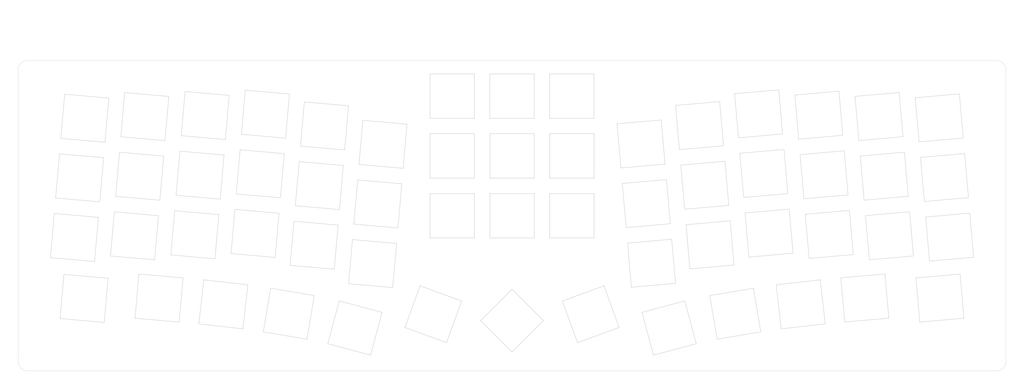
<source format=kicad_pcb>
(kicad_pcb (version 20171130) (host pcbnew "(5.1.12)-1")

  (general
    (thickness 1.6)
    (drawings 49)
    (tracks 0)
    (zones 0)
    (modules 74)
    (nets 1)
  )

  (page A3)
  (layers
    (0 F.Cu signal)
    (31 B.Cu signal)
    (32 B.Adhes user)
    (33 F.Adhes user)
    (34 B.Paste user)
    (35 F.Paste user)
    (36 B.SilkS user)
    (37 F.SilkS user)
    (38 B.Mask user)
    (39 F.Mask user)
    (40 Dwgs.User user)
    (41 Cmts.User user)
    (42 Eco1.User user)
    (43 Eco2.User user)
    (44 Edge.Cuts user)
    (45 Margin user)
    (46 B.CrtYd user)
    (47 F.CrtYd user)
    (48 B.Fab user)
    (49 F.Fab user)
  )

  (setup
    (last_trace_width 0.25)
    (user_trace_width 0.5)
    (user_trace_width 0.5)
    (trace_clearance 0.2)
    (zone_clearance 0.508)
    (zone_45_only no)
    (trace_min 0.2)
    (via_size 0.8)
    (via_drill 0.4)
    (via_min_size 0.4)
    (via_min_drill 0.3)
    (uvia_size 0.3)
    (uvia_drill 0.1)
    (uvias_allowed no)
    (uvia_min_size 0.2)
    (uvia_min_drill 0.1)
    (edge_width 0.1)
    (segment_width 0.2)
    (pcb_text_width 0.3)
    (pcb_text_size 1.5 1.5)
    (mod_edge_width 0.15)
    (mod_text_size 1 1)
    (mod_text_width 0.15)
    (pad_size 2.2 2.2)
    (pad_drill 2.2)
    (pad_to_mask_clearance 0)
    (aux_axis_origin 0 0)
    (visible_elements 7FFFFFFF)
    (pcbplotparams
      (layerselection 0x01000_7ffffffe)
      (usegerberextensions true)
      (usegerberattributes false)
      (usegerberadvancedattributes false)
      (creategerberjobfile false)
      (excludeedgelayer true)
      (linewidth 0.100000)
      (plotframeref false)
      (viasonmask false)
      (mode 1)
      (useauxorigin false)
      (hpglpennumber 1)
      (hpglpenspeed 20)
      (hpglpendiameter 15.000000)
      (psnegative false)
      (psa4output false)
      (plotreference true)
      (plotvalue true)
      (plotinvisibletext false)
      (padsonsilk false)
      (subtractmaskfromsilk false)
      (outputformat 4)
      (mirror false)
      (drillshape 0)
      (scaleselection 1)
      (outputdirectory "C:/Users/サリチル酸/Desktop/"))
  )

  (net 0 "")

  (net_class Default "これはデフォルトのネット クラスです。"
    (clearance 0.2)
    (trace_width 0.25)
    (via_dia 0.8)
    (via_drill 0.4)
    (uvia_dia 0.3)
    (uvia_drill 0.1)
  )

  (module kbd_SW_Hole:SW_Hole_1u (layer F.Cu) (tedit 60F58A59) (tstamp 61EF6F53)
    (at 171.45 100.0125 135)
    (path /5C3DCEFA)
    (fp_text reference SW34 (at 7 8.1 135) (layer F.SilkS) hide
      (effects (font (size 1 1) (thickness 0.15)))
    )
    (fp_text value SW_PUSH (at -7.4 -8.1 135) (layer F.Fab) hide
      (effects (font (size 1 1) (thickness 0.15)))
    )
    (fp_line (start 9.525 9.525) (end 9.525 -9.525) (layer F.Fab) (width 0.15))
    (fp_line (start -9.525 9.525) (end 9.525 9.525) (layer F.Fab) (width 0.15))
    (fp_line (start -9.525 -9.525) (end -9.525 9.525) (layer F.Fab) (width 0.15))
    (fp_line (start 9.525 -9.525) (end -9.525 -9.525) (layer F.Fab) (width 0.15))
    (fp_line (start -7.05 7.05) (end -7.05 -7.05) (layer Edge.Cuts) (width 0.15))
    (fp_line (start 7.05 7.05) (end -7.05 7.05) (layer Edge.Cuts) (width 0.15))
    (fp_line (start 7.05 -7.05) (end 7.05 7.05) (layer Edge.Cuts) (width 0.15))
    (fp_line (start -7.05 -7.05) (end 7.05 -7.05) (layer Edge.Cuts) (width 0.15))
  )

  (module kbd_SW_Hole:SW_Hole_1u (layer F.Cu) (tedit 60F58A59) (tstamp 61EF6A47)
    (at 51.291516 73.059681 355)
    (path /5C3DCEFA)
    (fp_text reference SW7 (at 7 8.1 175) (layer F.SilkS) hide
      (effects (font (size 1 1) (thickness 0.15)))
    )
    (fp_text value SW_PUSH (at -7.4 -8.1 175) (layer F.Fab) hide
      (effects (font (size 1 1) (thickness 0.15)))
    )
    (fp_line (start 9.525 9.525) (end 9.525 -9.525) (layer F.Fab) (width 0.15))
    (fp_line (start -9.525 9.525) (end 9.525 9.525) (layer F.Fab) (width 0.15))
    (fp_line (start -9.525 -9.525) (end -9.525 9.525) (layer F.Fab) (width 0.15))
    (fp_line (start 9.525 -9.525) (end -9.525 -9.525) (layer F.Fab) (width 0.15))
    (fp_line (start -7.05 7.05) (end -7.05 -7.05) (layer Edge.Cuts) (width 0.15))
    (fp_line (start 7.05 7.05) (end -7.05 7.05) (layer Edge.Cuts) (width 0.15))
    (fp_line (start 7.05 -7.05) (end 7.05 7.05) (layer Edge.Cuts) (width 0.15))
    (fp_line (start -7.05 -7.05) (end 7.05 -7.05) (layer Edge.Cuts) (width 0.15))
  )

  (module kbd_SW_Hole:SW_Hole_1u (layer F.Cu) (tedit 60F58A59) (tstamp 61EF3F41)
    (at 263.31875 94.85 6.5)
    (path /5C3DCEFA)
    (fp_text reference SW50 (at 7 8.1 6.5) (layer F.SilkS) hide
      (effects (font (size 1 1) (thickness 0.15)))
    )
    (fp_text value SW_PUSH (at -7.4 -8.1 6.5) (layer F.Fab) hide
      (effects (font (size 1 1) (thickness 0.15)))
    )
    (fp_line (start 9.525 9.525) (end 9.525 -9.525) (layer F.Fab) (width 0.15))
    (fp_line (start -9.525 9.525) (end 9.525 9.525) (layer F.Fab) (width 0.15))
    (fp_line (start -9.525 -9.525) (end -9.525 9.525) (layer F.Fab) (width 0.15))
    (fp_line (start 9.525 -9.525) (end -9.525 -9.525) (layer F.Fab) (width 0.15))
    (fp_line (start -7.05 7.05) (end -7.05 -7.05) (layer Edge.Cuts) (width 0.15))
    (fp_line (start 7.05 7.05) (end -7.05 7.05) (layer Edge.Cuts) (width 0.15))
    (fp_line (start 7.05 -7.05) (end 7.05 7.05) (layer Edge.Cuts) (width 0.15))
    (fp_line (start -7.05 -7.05) (end 7.05 -7.05) (layer Edge.Cuts) (width 0.15))
  )

  (module kbd_SW_Hole:SW_Hole_1u (layer F.Cu) (tedit 60F58A59) (tstamp 61EF3E18)
    (at 79.58125 94.85 353.5)
    (path /5C3DCEFA)
    (fp_text reference SW12 (at 7 8.1 173.5) (layer F.SilkS) hide
      (effects (font (size 1 1) (thickness 0.15)))
    )
    (fp_text value SW_PUSH (at -7.4 -8.1 173.5) (layer F.Fab) hide
      (effects (font (size 1 1) (thickness 0.15)))
    )
    (fp_line (start 9.525 9.525) (end 9.525 -9.525) (layer F.Fab) (width 0.15))
    (fp_line (start -9.525 9.525) (end 9.525 9.525) (layer F.Fab) (width 0.15))
    (fp_line (start -9.525 -9.525) (end -9.525 9.525) (layer F.Fab) (width 0.15))
    (fp_line (start 9.525 -9.525) (end -9.525 -9.525) (layer F.Fab) (width 0.15))
    (fp_line (start -7.05 7.05) (end -7.05 -7.05) (layer Edge.Cuts) (width 0.15))
    (fp_line (start 7.05 7.05) (end -7.05 7.05) (layer Edge.Cuts) (width 0.15))
    (fp_line (start 7.05 -7.05) (end 7.05 7.05) (layer Edge.Cuts) (width 0.15))
    (fp_line (start -7.05 -7.05) (end 7.05 -7.05) (layer Edge.Cuts) (width 0.15))
  )

  (module kbd_SW_Hole:SW_Hole_1u (layer F.Cu) (tedit 60F58A59) (tstamp 61EF38D9)
    (at 242.4875 97.83125 9.5)
    (path /5C3DCEFA)
    (fp_text reference SW46 (at 7 8.1 9.5) (layer F.SilkS) hide
      (effects (font (size 1 1) (thickness 0.15)))
    )
    (fp_text value SW_PUSH (at -7.4 -8.1 9.5) (layer F.Fab) hide
      (effects (font (size 1 1) (thickness 0.15)))
    )
    (fp_line (start 9.525 9.525) (end 9.525 -9.525) (layer F.Fab) (width 0.15))
    (fp_line (start -9.525 9.525) (end 9.525 9.525) (layer F.Fab) (width 0.15))
    (fp_line (start -9.525 -9.525) (end -9.525 9.525) (layer F.Fab) (width 0.15))
    (fp_line (start 9.525 -9.525) (end -9.525 -9.525) (layer F.Fab) (width 0.15))
    (fp_line (start -7.05 7.05) (end -7.05 -7.05) (layer Edge.Cuts) (width 0.15))
    (fp_line (start 7.05 7.05) (end -7.05 7.05) (layer Edge.Cuts) (width 0.15))
    (fp_line (start 7.05 -7.05) (end 7.05 7.05) (layer Edge.Cuts) (width 0.15))
    (fp_line (start -7.05 -7.05) (end 7.05 -7.05) (layer Edge.Cuts) (width 0.15))
  )

  (module kbd_SW_Hole:SW_Hole_1u (layer F.Cu) (tedit 60F58A59) (tstamp 61EF38C2)
    (at 221.45625 102.39375 15)
    (path /5C3DCEFA)
    (fp_text reference SW42 (at 7 8.1 15) (layer F.SilkS) hide
      (effects (font (size 1 1) (thickness 0.15)))
    )
    (fp_text value SW_PUSH (at -7.4 -8.1 15) (layer F.Fab) hide
      (effects (font (size 1 1) (thickness 0.15)))
    )
    (fp_line (start -7.05 -7.05) (end 7.05 -7.05) (layer Edge.Cuts) (width 0.15))
    (fp_line (start 7.05 -7.05) (end 7.05 7.05) (layer Edge.Cuts) (width 0.15))
    (fp_line (start 7.05 7.05) (end -7.05 7.05) (layer Edge.Cuts) (width 0.15))
    (fp_line (start -7.05 7.05) (end -7.05 -7.05) (layer Edge.Cuts) (width 0.15))
    (fp_line (start 9.525 -9.525) (end -9.525 -9.525) (layer F.Fab) (width 0.15))
    (fp_line (start -9.525 -9.525) (end -9.525 9.525) (layer F.Fab) (width 0.15))
    (fp_line (start -9.525 9.525) (end 9.525 9.525) (layer F.Fab) (width 0.15))
    (fp_line (start 9.525 9.525) (end 9.525 -9.525) (layer F.Fab) (width 0.15))
  )

  (module kbd_SW_Hole:SW_Hole_1u (layer F.Cu) (tedit 60F58A59) (tstamp 61EF3894)
    (at 100.4125 97.83125 350.5)
    (path /5C3DCEFA)
    (fp_text reference SW16 (at 7 8.1 170.5) (layer F.SilkS) hide
      (effects (font (size 1 1) (thickness 0.15)))
    )
    (fp_text value SW_PUSH (at -7.4 -8.1 170.5) (layer F.Fab) hide
      (effects (font (size 1 1) (thickness 0.15)))
    )
    (fp_line (start 9.525 9.525) (end 9.525 -9.525) (layer F.Fab) (width 0.15))
    (fp_line (start -9.525 9.525) (end 9.525 9.525) (layer F.Fab) (width 0.15))
    (fp_line (start -9.525 -9.525) (end -9.525 9.525) (layer F.Fab) (width 0.15))
    (fp_line (start 9.525 -9.525) (end -9.525 -9.525) (layer F.Fab) (width 0.15))
    (fp_line (start -7.05 7.05) (end -7.05 -7.05) (layer Edge.Cuts) (width 0.15))
    (fp_line (start 7.05 7.05) (end -7.05 7.05) (layer Edge.Cuts) (width 0.15))
    (fp_line (start 7.05 -7.05) (end 7.05 7.05) (layer Edge.Cuts) (width 0.15))
    (fp_line (start -7.05 -7.05) (end 7.05 -7.05) (layer Edge.Cuts) (width 0.15))
  )

  (module kbd_SW_Hole:SW_Hole_1u (layer F.Cu) (tedit 60F58A59) (tstamp 61EF387D)
    (at 121.44375 102.39375 345)
    (path /5C3DCEFA)
    (fp_text reference SW20 (at 7 8.1 165) (layer F.SilkS) hide
      (effects (font (size 1 1) (thickness 0.15)))
    )
    (fp_text value SW_PUSH (at -7.4 -8.1 165) (layer F.Fab) hide
      (effects (font (size 1 1) (thickness 0.15)))
    )
    (fp_line (start -7.05 -7.05) (end 7.05 -7.05) (layer Edge.Cuts) (width 0.15))
    (fp_line (start 7.05 -7.05) (end 7.05 7.05) (layer Edge.Cuts) (width 0.15))
    (fp_line (start 7.05 7.05) (end -7.05 7.05) (layer Edge.Cuts) (width 0.15))
    (fp_line (start -7.05 7.05) (end -7.05 -7.05) (layer Edge.Cuts) (width 0.15))
    (fp_line (start 9.525 -9.525) (end -9.525 -9.525) (layer F.Fab) (width 0.15))
    (fp_line (start -9.525 -9.525) (end -9.525 9.525) (layer F.Fab) (width 0.15))
    (fp_line (start -9.525 9.525) (end 9.525 9.525) (layer F.Fab) (width 0.15))
    (fp_line (start 9.525 9.525) (end 9.525 -9.525) (layer F.Fab) (width 0.15))
  )

  (module kbd_SW_Hole:SW_Hole_1.5u (layer F.Cu) (tedit 60F58A81) (tstamp 61EF210C)
    (at 196.5 98.0125 110)
    (fp_text reference SW38 (at 7 8.1 110) (layer F.SilkS) hide
      (effects (font (size 1 1) (thickness 0.15)))
    )
    (fp_text value KEY_SWITCH (at -7.4 -8.1 110) (layer F.Fab) hide
      (effects (font (size 1 1) (thickness 0.15)))
    )
    (fp_line (start -7.05 -7.05) (end 7.05 -7.05) (layer Edge.Cuts) (width 0.15))
    (fp_line (start 7.05 -7.05) (end 7.05 7.05) (layer Edge.Cuts) (width 0.15))
    (fp_line (start 7.05 7.05) (end -7.05 7.05) (layer Edge.Cuts) (width 0.15))
    (fp_line (start -7.05 7.05) (end -7.05 -7.05) (layer Edge.Cuts) (width 0.15))
    (fp_line (start 14.2875 -9.525) (end -14.2875 -9.525) (layer F.Fab) (width 0.15))
    (fp_line (start -14.2875 -9.525) (end -14.2875 9.525) (layer F.Fab) (width 0.15))
    (fp_line (start -14.2875 9.525) (end 14.2875 9.525) (layer F.Fab) (width 0.15))
    (fp_line (start 14.2875 9.525) (end 14.2875 -9.525) (layer F.Fab) (width 0.15))
  )

  (module kbd_SW_Hole:SW_Hole_1.5u (layer F.Cu) (tedit 60F58A81) (tstamp 61EF20F6)
    (at 146.4 98.0125 70)
    (fp_text reference SW24 (at 7 8.1 70) (layer F.SilkS) hide
      (effects (font (size 1 1) (thickness 0.15)))
    )
    (fp_text value KEY_SWITCH (at -7.4 -8.1 70) (layer F.Fab) hide
      (effects (font (size 1 1) (thickness 0.15)))
    )
    (fp_line (start 14.2875 9.525) (end 14.2875 -9.525) (layer F.Fab) (width 0.15))
    (fp_line (start -14.2875 9.525) (end 14.2875 9.525) (layer F.Fab) (width 0.15))
    (fp_line (start -14.2875 -9.525) (end -14.2875 9.525) (layer F.Fab) (width 0.15))
    (fp_line (start 14.2875 -9.525) (end -14.2875 -9.525) (layer F.Fab) (width 0.15))
    (fp_line (start -7.05 7.05) (end -7.05 -7.05) (layer Edge.Cuts) (width 0.15))
    (fp_line (start 7.05 7.05) (end -7.05 7.05) (layer Edge.Cuts) (width 0.15))
    (fp_line (start 7.05 -7.05) (end 7.05 7.05) (layer Edge.Cuts) (width 0.15))
    (fp_line (start -7.05 -7.05) (end 7.05 -7.05) (layer Edge.Cuts) (width 0.15))
  )

  (module kbd_SW_Hole:SW_Hole_1.5u (layer F.Cu) (tedit 60F58A81) (tstamp 61EECD00)
    (at 35.258087 92.975863 355)
    (fp_text reference SW4 (at 7 8.1 175) (layer F.SilkS) hide
      (effects (font (size 1 1) (thickness 0.15)))
    )
    (fp_text value KEY_SWITCH (at -7.4 -8.1 175) (layer F.Fab) hide
      (effects (font (size 1 1) (thickness 0.15)))
    )
    (fp_line (start -7.05 -7.05) (end 7.05 -7.05) (layer Edge.Cuts) (width 0.15))
    (fp_line (start 7.05 -7.05) (end 7.05 7.05) (layer Edge.Cuts) (width 0.15))
    (fp_line (start 7.05 7.05) (end -7.05 7.05) (layer Edge.Cuts) (width 0.15))
    (fp_line (start -7.05 7.05) (end -7.05 -7.05) (layer Edge.Cuts) (width 0.15))
    (fp_line (start 14.2875 -9.525) (end -14.2875 -9.525) (layer F.Fab) (width 0.15))
    (fp_line (start -14.2875 -9.525) (end -14.2875 9.525) (layer F.Fab) (width 0.15))
    (fp_line (start -14.2875 9.525) (end 14.2875 9.525) (layer F.Fab) (width 0.15))
    (fp_line (start 14.2875 9.525) (end 14.2875 -9.525) (layer F.Fab) (width 0.15))
  )

  (module kbd_SW_Hole:SW_Hole_1u (layer F.Cu) (tedit 60F58A59) (tstamp 61EECCDE)
    (at 283.731996 92.844651 5)
    (path /5C3DCEFA)
    (fp_text reference SW54 (at 7 8.1 5) (layer F.SilkS) hide
      (effects (font (size 1 1) (thickness 0.15)))
    )
    (fp_text value SW_PUSH (at -7.4 -8.1 5) (layer F.Fab) hide
      (effects (font (size 1 1) (thickness 0.15)))
    )
    (fp_line (start -7.05 -7.05) (end 7.05 -7.05) (layer Edge.Cuts) (width 0.15))
    (fp_line (start 7.05 -7.05) (end 7.05 7.05) (layer Edge.Cuts) (width 0.15))
    (fp_line (start 7.05 7.05) (end -7.05 7.05) (layer Edge.Cuts) (width 0.15))
    (fp_line (start -7.05 7.05) (end -7.05 -7.05) (layer Edge.Cuts) (width 0.15))
    (fp_line (start 9.525 -9.525) (end -9.525 -9.525) (layer F.Fab) (width 0.15))
    (fp_line (start -9.525 -9.525) (end -9.525 9.525) (layer F.Fab) (width 0.15))
    (fp_line (start -9.525 9.525) (end 9.525 9.525) (layer F.Fab) (width 0.15))
    (fp_line (start 9.525 9.525) (end 9.525 -9.525) (layer F.Fab) (width 0.15))
  )

  (module kbd_SW_Hole:SW_Hole_1.5u (layer F.Cu) (tedit 60F58A81) (tstamp 61EECCBC)
    (at 307.636909 92.861264 5)
    (fp_text reference SW58 (at 7 8.1 5) (layer F.SilkS) hide
      (effects (font (size 1 1) (thickness 0.15)))
    )
    (fp_text value KEY_SWITCH (at -7.4 -8.1 5) (layer F.Fab) hide
      (effects (font (size 1 1) (thickness 0.15)))
    )
    (fp_line (start -7.05 -7.05) (end 7.05 -7.05) (layer Edge.Cuts) (width 0.15))
    (fp_line (start 7.05 -7.05) (end 7.05 7.05) (layer Edge.Cuts) (width 0.15))
    (fp_line (start 7.05 7.05) (end -7.05 7.05) (layer Edge.Cuts) (width 0.15))
    (fp_line (start -7.05 7.05) (end -7.05 -7.05) (layer Edge.Cuts) (width 0.15))
    (fp_line (start 14.2875 -9.525) (end -14.2875 -9.525) (layer F.Fab) (width 0.15))
    (fp_line (start -14.2875 -9.525) (end -14.2875 9.525) (layer F.Fab) (width 0.15))
    (fp_line (start -14.2875 9.525) (end 14.2875 9.525) (layer F.Fab) (width 0.15))
    (fp_line (start 14.2875 9.525) (end 14.2875 -9.525) (layer F.Fab) (width 0.15))
  )

  (module kbd_SW_Hole:SW_Hole_1u (layer F.Cu) (tedit 60F58A59) (tstamp 61EEC384)
    (at 212.512791 43.815242 5)
    (path /5C3DCEFA)
    (fp_text reference SW35 (at 7 8.1 5) (layer F.SilkS) hide
      (effects (font (size 1 1) (thickness 0.15)))
    )
    (fp_text value SW_PUSH (at -7.4 -8.1 5) (layer F.Fab) hide
      (effects (font (size 1 1) (thickness 0.15)))
    )
    (fp_line (start 9.525 9.525) (end 9.525 -9.525) (layer F.Fab) (width 0.15))
    (fp_line (start -9.525 9.525) (end 9.525 9.525) (layer F.Fab) (width 0.15))
    (fp_line (start -9.525 -9.525) (end -9.525 9.525) (layer F.Fab) (width 0.15))
    (fp_line (start 9.525 -9.525) (end -9.525 -9.525) (layer F.Fab) (width 0.15))
    (fp_line (start -7.05 7.05) (end -7.05 -7.05) (layer Edge.Cuts) (width 0.15))
    (fp_line (start 7.05 7.05) (end -7.05 7.05) (layer Edge.Cuts) (width 0.15))
    (fp_line (start 7.05 -7.05) (end 7.05 7.05) (layer Edge.Cuts) (width 0.15))
    (fp_line (start -7.05 -7.05) (end 7.05 -7.05) (layer Edge.Cuts) (width 0.15))
  )

  (module kbd_SW_Hole:SW_Hole_1u (layer F.Cu) (tedit 60F58A59) (tstamp 61EEC379)
    (at 249.918728 34.218582 5)
    (path /5C3DCEFA)
    (fp_text reference SW43 (at 7 8.1 5) (layer F.SilkS) hide
      (effects (font (size 1 1) (thickness 0.15)))
    )
    (fp_text value SW_PUSH (at -7.4 -8.1 5) (layer F.Fab) hide
      (effects (font (size 1 1) (thickness 0.15)))
    )
    (fp_line (start 9.525 9.525) (end 9.525 -9.525) (layer F.Fab) (width 0.15))
    (fp_line (start -9.525 9.525) (end 9.525 9.525) (layer F.Fab) (width 0.15))
    (fp_line (start -9.525 -9.525) (end -9.525 9.525) (layer F.Fab) (width 0.15))
    (fp_line (start 9.525 -9.525) (end -9.525 -9.525) (layer F.Fab) (width 0.15))
    (fp_line (start -7.05 7.05) (end -7.05 -7.05) (layer Edge.Cuts) (width 0.15))
    (fp_line (start 7.05 7.05) (end -7.05 7.05) (layer Edge.Cuts) (width 0.15))
    (fp_line (start 7.05 -7.05) (end 7.05 7.05) (layer Edge.Cuts) (width 0.15))
    (fp_line (start -7.05 -7.05) (end 7.05 -7.05) (layer Edge.Cuts) (width 0.15))
  )

  (module kbd_SW_Hole:SW_Hole_1u (layer F.Cu) (tedit 60F58A59) (tstamp 61EEC36E)
    (at 253.251814 72.172511 5)
    (path /5C3DCEFA)
    (fp_text reference SW45 (at 7 8.1 5) (layer F.SilkS) hide
      (effects (font (size 1 1) (thickness 0.15)))
    )
    (fp_text value SW_PUSH (at -7.4 -8.1 5) (layer F.Fab) hide
      (effects (font (size 1 1) (thickness 0.15)))
    )
    (fp_line (start 9.525 9.525) (end 9.525 -9.525) (layer F.Fab) (width 0.15))
    (fp_line (start -9.525 9.525) (end 9.525 9.525) (layer F.Fab) (width 0.15))
    (fp_line (start -9.525 -9.525) (end -9.525 9.525) (layer F.Fab) (width 0.15))
    (fp_line (start 9.525 -9.525) (end -9.525 -9.525) (layer F.Fab) (width 0.15))
    (fp_line (start -7.05 7.05) (end -7.05 -7.05) (layer Edge.Cuts) (width 0.15))
    (fp_line (start 7.05 7.05) (end -7.05 7.05) (layer Edge.Cuts) (width 0.15))
    (fp_line (start 7.05 -7.05) (end 7.05 7.05) (layer Edge.Cuts) (width 0.15))
    (fp_line (start -7.05 -7.05) (end 7.05 -7.05) (layer Edge.Cuts) (width 0.15))
  )

  (module kbd_SW_Hole:SW_Hole_1u (layer F.Cu) (tedit 60F58A59) (tstamp 61EEC363)
    (at 231.124246 37.970908 5)
    (path /5C3DCEFA)
    (fp_text reference SW39 (at 7 8.1 5) (layer F.SilkS) hide
      (effects (font (size 1 1) (thickness 0.15)))
    )
    (fp_text value SW_PUSH (at -7.4 -8.1 5) (layer F.Fab) hide
      (effects (font (size 1 1) (thickness 0.15)))
    )
    (fp_line (start 9.525 9.525) (end 9.525 -9.525) (layer F.Fab) (width 0.15))
    (fp_line (start -9.525 9.525) (end 9.525 9.525) (layer F.Fab) (width 0.15))
    (fp_line (start -9.525 -9.525) (end -9.525 9.525) (layer F.Fab) (width 0.15))
    (fp_line (start 9.525 -9.525) (end -9.525 -9.525) (layer F.Fab) (width 0.15))
    (fp_line (start -7.05 7.05) (end -7.05 -7.05) (layer Edge.Cuts) (width 0.15))
    (fp_line (start 7.05 7.05) (end -7.05 7.05) (layer Edge.Cuts) (width 0.15))
    (fp_line (start 7.05 -7.05) (end 7.05 7.05) (layer Edge.Cuts) (width 0.15))
    (fp_line (start -7.05 -7.05) (end 7.05 -7.05) (layer Edge.Cuts) (width 0.15))
  )

  (module kbd_SW_Hole:SW_Hole_1u (layer F.Cu) (tedit 60F58A59) (tstamp 61EEC358)
    (at 234.457332 75.924836 5)
    (path /5C3DCEFA)
    (fp_text reference SW41 (at 7 8.1 5) (layer F.SilkS) hide
      (effects (font (size 1 1) (thickness 0.15)))
    )
    (fp_text value SW_PUSH (at -7.4 -8.1 5) (layer F.Fab) hide
      (effects (font (size 1 1) (thickness 0.15)))
    )
    (fp_line (start 9.525 9.525) (end 9.525 -9.525) (layer F.Fab) (width 0.15))
    (fp_line (start -9.525 9.525) (end 9.525 9.525) (layer F.Fab) (width 0.15))
    (fp_line (start -9.525 -9.525) (end -9.525 9.525) (layer F.Fab) (width 0.15))
    (fp_line (start 9.525 -9.525) (end -9.525 -9.525) (layer F.Fab) (width 0.15))
    (fp_line (start -7.05 7.05) (end -7.05 -7.05) (layer Edge.Cuts) (width 0.15))
    (fp_line (start 7.05 7.05) (end -7.05 7.05) (layer Edge.Cuts) (width 0.15))
    (fp_line (start 7.05 -7.05) (end 7.05 7.05) (layer Edge.Cuts) (width 0.15))
    (fp_line (start -7.05 -7.05) (end 7.05 -7.05) (layer Edge.Cuts) (width 0.15))
  )

  (module kbd_SW_Hole:SW_Hole_1u (layer F.Cu) (tedit 60F58A59) (tstamp 61EEC34D)
    (at 215.845877 81.769171 5)
    (path /5C3DCEFA)
    (fp_text reference SW37 (at 7 8.1 5) (layer F.SilkS) hide
      (effects (font (size 1 1) (thickness 0.15)))
    )
    (fp_text value SW_PUSH (at -7.4 -8.1 5) (layer F.Fab) hide
      (effects (font (size 1 1) (thickness 0.15)))
    )
    (fp_line (start 9.525 9.525) (end 9.525 -9.525) (layer F.Fab) (width 0.15))
    (fp_line (start -9.525 9.525) (end 9.525 9.525) (layer F.Fab) (width 0.15))
    (fp_line (start -9.525 -9.525) (end -9.525 9.525) (layer F.Fab) (width 0.15))
    (fp_line (start 9.525 -9.525) (end -9.525 -9.525) (layer F.Fab) (width 0.15))
    (fp_line (start -7.05 7.05) (end -7.05 -7.05) (layer Edge.Cuts) (width 0.15))
    (fp_line (start 7.05 7.05) (end -7.05 7.05) (layer Edge.Cuts) (width 0.15))
    (fp_line (start 7.05 -7.05) (end 7.05 7.05) (layer Edge.Cuts) (width 0.15))
    (fp_line (start -7.05 -7.05) (end 7.05 -7.05) (layer Edge.Cuts) (width 0.15))
  )

  (module kbd_SW_Hole:SW_Hole_1u (layer F.Cu) (tedit 60F58A59) (tstamp 61EEC342)
    (at 232.797015 56.947327 5)
    (path /5C3DCE96)
    (fp_text reference SW40 (at 7 8.1 5) (layer F.SilkS) hide
      (effects (font (size 1 1) (thickness 0.15)))
    )
    (fp_text value SW_PUSH (at -7.4 -8.1 5) (layer F.Fab) hide
      (effects (font (size 1 1) (thickness 0.15)))
    )
    (fp_line (start 9.525 9.525) (end 9.525 -9.525) (layer F.Fab) (width 0.15))
    (fp_line (start -9.525 9.525) (end 9.525 9.525) (layer F.Fab) (width 0.15))
    (fp_line (start -9.525 -9.525) (end -9.525 9.525) (layer F.Fab) (width 0.15))
    (fp_line (start 9.525 -9.525) (end -9.525 -9.525) (layer F.Fab) (width 0.15))
    (fp_line (start -7.05 7.05) (end -7.05 -7.05) (layer Edge.Cuts) (width 0.15))
    (fp_line (start 7.05 7.05) (end -7.05 7.05) (layer Edge.Cuts) (width 0.15))
    (fp_line (start 7.05 -7.05) (end 7.05 7.05) (layer Edge.Cuts) (width 0.15))
    (fp_line (start -7.05 -7.05) (end 7.05 -7.05) (layer Edge.Cuts) (width 0.15))
  )

  (module kbd_SW_Hole:SW_Hole_1u (layer F.Cu) (tedit 60F58A59) (tstamp 61EEC337)
    (at 214.18556 62.791662 5)
    (path /5C3DCE96)
    (fp_text reference SW36 (at 7 8.1 5) (layer F.SilkS) hide
      (effects (font (size 1 1) (thickness 0.15)))
    )
    (fp_text value SW_PUSH (at -7.4 -8.1 5) (layer F.Fab) hide
      (effects (font (size 1 1) (thickness 0.15)))
    )
    (fp_line (start 9.525 9.525) (end 9.525 -9.525) (layer F.Fab) (width 0.15))
    (fp_line (start -9.525 9.525) (end 9.525 9.525) (layer F.Fab) (width 0.15))
    (fp_line (start -9.525 -9.525) (end -9.525 9.525) (layer F.Fab) (width 0.15))
    (fp_line (start 9.525 -9.525) (end -9.525 -9.525) (layer F.Fab) (width 0.15))
    (fp_line (start -7.05 7.05) (end -7.05 -7.05) (layer Edge.Cuts) (width 0.15))
    (fp_line (start 7.05 7.05) (end -7.05 7.05) (layer Edge.Cuts) (width 0.15))
    (fp_line (start 7.05 -7.05) (end 7.05 7.05) (layer Edge.Cuts) (width 0.15))
    (fp_line (start -7.05 -7.05) (end 7.05 -7.05) (layer Edge.Cuts) (width 0.15))
  )

  (module kbd_SW_Hole:SW_Hole_1u (layer F.Cu) (tedit 60F58A59) (tstamp 61EEC32C)
    (at 251.591497 53.195002 5)
    (path /5C3DCE96)
    (fp_text reference SW44 (at 7 8.1 5) (layer F.SilkS) hide
      (effects (font (size 1 1) (thickness 0.15)))
    )
    (fp_text value SW_PUSH (at -7.4 -8.1 5) (layer F.Fab) hide
      (effects (font (size 1 1) (thickness 0.15)))
    )
    (fp_line (start 9.525 9.525) (end 9.525 -9.525) (layer F.Fab) (width 0.15))
    (fp_line (start -9.525 9.525) (end 9.525 9.525) (layer F.Fab) (width 0.15))
    (fp_line (start -9.525 -9.525) (end -9.525 9.525) (layer F.Fab) (width 0.15))
    (fp_line (start 9.525 -9.525) (end -9.525 -9.525) (layer F.Fab) (width 0.15))
    (fp_line (start -7.05 7.05) (end -7.05 -7.05) (layer Edge.Cuts) (width 0.15))
    (fp_line (start 7.05 7.05) (end -7.05 7.05) (layer Edge.Cuts) (width 0.15))
    (fp_line (start 7.05 -7.05) (end 7.05 7.05) (layer Edge.Cuts) (width 0.15))
    (fp_line (start -7.05 -7.05) (end 7.05 -7.05) (layer Edge.Cuts) (width 0.15))
  )

  (module kbd_SW_Hole:SW_Hole_1u (layer F.Cu) (tedit 60F58A59) (tstamp 61EEBDFD)
    (at 310.72097 73.468676 5)
    (path /5C3DCEFA)
    (fp_text reference SW57 (at 7 8.1 5) (layer F.SilkS) hide
      (effects (font (size 1 1) (thickness 0.15)))
    )
    (fp_text value SW_PUSH (at -7.4 -8.1 5) (layer F.Fab) hide
      (effects (font (size 1 1) (thickness 0.15)))
    )
    (fp_line (start -7.05 -7.05) (end 7.05 -7.05) (layer Edge.Cuts) (width 0.15))
    (fp_line (start 7.05 -7.05) (end 7.05 7.05) (layer Edge.Cuts) (width 0.15))
    (fp_line (start 7.05 7.05) (end -7.05 7.05) (layer Edge.Cuts) (width 0.15))
    (fp_line (start -7.05 7.05) (end -7.05 -7.05) (layer Edge.Cuts) (width 0.15))
    (fp_line (start 9.525 -9.525) (end -9.525 -9.525) (layer F.Fab) (width 0.15))
    (fp_line (start -9.525 -9.525) (end -9.525 9.525) (layer F.Fab) (width 0.15))
    (fp_line (start -9.525 9.525) (end 9.525 9.525) (layer F.Fab) (width 0.15))
    (fp_line (start 9.525 9.525) (end 9.525 -9.525) (layer F.Fab) (width 0.15))
  )

  (module kbd_SW_Hole:SW_Hole_1u (layer F.Cu) (tedit 60F58A59) (tstamp 61EEBDE7)
    (at 291.560434 73.036984 5)
    (path /5C3DCEFA)
    (fp_text reference SW53 (at 7 8.1 5) (layer F.SilkS) hide
      (effects (font (size 1 1) (thickness 0.15)))
    )
    (fp_text value SW_PUSH (at -7.4 -8.1 5) (layer F.Fab) hide
      (effects (font (size 1 1) (thickness 0.15)))
    )
    (fp_line (start 9.525 9.525) (end 9.525 -9.525) (layer F.Fab) (width 0.15))
    (fp_line (start -9.525 9.525) (end 9.525 9.525) (layer F.Fab) (width 0.15))
    (fp_line (start -9.525 -9.525) (end -9.525 9.525) (layer F.Fab) (width 0.15))
    (fp_line (start 9.525 -9.525) (end -9.525 -9.525) (layer F.Fab) (width 0.15))
    (fp_line (start -7.05 7.05) (end -7.05 -7.05) (layer Edge.Cuts) (width 0.15))
    (fp_line (start 7.05 7.05) (end -7.05 7.05) (layer Edge.Cuts) (width 0.15))
    (fp_line (start 7.05 -7.05) (end 7.05 7.05) (layer Edge.Cuts) (width 0.15))
    (fp_line (start -7.05 -7.05) (end 7.05 -7.05) (layer Edge.Cuts) (width 0.15))
  )

  (module kbd_SW_Hole:SW_Hole_1u (layer F.Cu) (tedit 60F58A59) (tstamp 60A2971A)
    (at 289.912569 54.058385 5)
    (path /5C3DCE96)
    (fp_text reference SW52 (at 7 8.1 5) (layer F.SilkS) hide
      (effects (font (size 1 1) (thickness 0.15)))
    )
    (fp_text value SW_PUSH (at -7.4 -8.1 5) (layer F.Fab) hide
      (effects (font (size 1 1) (thickness 0.15)))
    )
    (fp_line (start -7.05 -7.05) (end 7.05 -7.05) (layer Edge.Cuts) (width 0.15))
    (fp_line (start 7.05 -7.05) (end 7.05 7.05) (layer Edge.Cuts) (width 0.15))
    (fp_line (start 7.05 7.05) (end -7.05 7.05) (layer Edge.Cuts) (width 0.15))
    (fp_line (start -7.05 7.05) (end -7.05 -7.05) (layer Edge.Cuts) (width 0.15))
    (fp_line (start 9.525 -9.525) (end -9.525 -9.525) (layer F.Fab) (width 0.15))
    (fp_line (start -9.525 -9.525) (end -9.525 9.525) (layer F.Fab) (width 0.15))
    (fp_line (start -9.525 9.525) (end 9.525 9.525) (layer F.Fab) (width 0.15))
    (fp_line (start 9.525 9.525) (end 9.525 -9.525) (layer F.Fab) (width 0.15))
  )

  (module kbd_SW_Hole:SW_Hole_1u (layer F.Cu) (tedit 60F58A59) (tstamp 60A296EE)
    (at 309.073105 54.490077 5)
    (path /5C3DCE96)
    (fp_text reference SW56 (at 7 8.1 5) (layer F.SilkS) hide
      (effects (font (size 1 1) (thickness 0.15)))
    )
    (fp_text value SW_PUSH (at -7.4 -8.1 5) (layer F.Fab) hide
      (effects (font (size 1 1) (thickness 0.15)))
    )
    (fp_line (start -7.05 -7.05) (end 7.05 -7.05) (layer Edge.Cuts) (width 0.15))
    (fp_line (start 7.05 -7.05) (end 7.05 7.05) (layer Edge.Cuts) (width 0.15))
    (fp_line (start 7.05 7.05) (end -7.05 7.05) (layer Edge.Cuts) (width 0.15))
    (fp_line (start -7.05 7.05) (end -7.05 -7.05) (layer Edge.Cuts) (width 0.15))
    (fp_line (start 9.525 -9.525) (end -9.525 -9.525) (layer F.Fab) (width 0.15))
    (fp_line (start -9.525 -9.525) (end -9.525 9.525) (layer F.Fab) (width 0.15))
    (fp_line (start -9.525 9.525) (end 9.525 9.525) (layer F.Fab) (width 0.15))
    (fp_line (start 9.525 9.525) (end 9.525 -9.525) (layer F.Fab) (width 0.15))
  )

  (module kbd_SW_Hole:SW_Hole_1u (layer F.Cu) (tedit 60F58A59) (tstamp 60A296E3)
    (at 270.752033 53.626693 5)
    (path /5C3DCE96)
    (fp_text reference SW48 (at 7 8.1 5) (layer F.SilkS) hide
      (effects (font (size 1 1) (thickness 0.15)))
    )
    (fp_text value SW_PUSH (at -7.4 -8.1 5) (layer F.Fab) hide
      (effects (font (size 1 1) (thickness 0.15)))
    )
    (fp_line (start -7.05 -7.05) (end 7.05 -7.05) (layer Edge.Cuts) (width 0.15))
    (fp_line (start 7.05 -7.05) (end 7.05 7.05) (layer Edge.Cuts) (width 0.15))
    (fp_line (start 7.05 7.05) (end -7.05 7.05) (layer Edge.Cuts) (width 0.15))
    (fp_line (start -7.05 7.05) (end -7.05 -7.05) (layer Edge.Cuts) (width 0.15))
    (fp_line (start 9.525 -9.525) (end -9.525 -9.525) (layer F.Fab) (width 0.15))
    (fp_line (start -9.525 -9.525) (end -9.525 9.525) (layer F.Fab) (width 0.15))
    (fp_line (start -9.525 9.525) (end 9.525 9.525) (layer F.Fab) (width 0.15))
    (fp_line (start 9.525 9.525) (end 9.525 -9.525) (layer F.Fab) (width 0.15))
  )

  (module kbd_SW_Hole:SW_Hole_1u (layer F.Cu) (tedit 60F58A59) (tstamp 60A29612)
    (at 190.5125 47.625)
    (path /5C3DCE96)
    (fp_text reference SW32 (at 7 8.1) (layer F.SilkS) hide
      (effects (font (size 1 1) (thickness 0.15)))
    )
    (fp_text value SW_PUSH (at -7.4 -8.1) (layer F.Fab) hide
      (effects (font (size 1 1) (thickness 0.15)))
    )
    (fp_line (start -7.05 -7.05) (end 7.05 -7.05) (layer Edge.Cuts) (width 0.15))
    (fp_line (start 7.05 -7.05) (end 7.05 7.05) (layer Edge.Cuts) (width 0.15))
    (fp_line (start 7.05 7.05) (end -7.05 7.05) (layer Edge.Cuts) (width 0.15))
    (fp_line (start -7.05 7.05) (end -7.05 -7.05) (layer Edge.Cuts) (width 0.15))
    (fp_line (start 9.525 -9.525) (end -9.525 -9.525) (layer F.Fab) (width 0.15))
    (fp_line (start -9.525 -9.525) (end -9.525 9.525) (layer F.Fab) (width 0.15))
    (fp_line (start -9.525 9.525) (end 9.525 9.525) (layer F.Fab) (width 0.15))
    (fp_line (start 9.525 9.525) (end 9.525 -9.525) (layer F.Fab) (width 0.15))
  )

  (module kbd_SW_Hole:SW_Hole_1u (layer F.Cu) (tedit 60F58A59) (tstamp 60A295DB)
    (at 152.4125 47.625)
    (path /5C3DCE96)
    (fp_text reference SW26 (at 7 8.1) (layer F.SilkS) hide
      (effects (font (size 1 1) (thickness 0.15)))
    )
    (fp_text value SW_PUSH (at -7.4 -8.1) (layer F.Fab) hide
      (effects (font (size 1 1) (thickness 0.15)))
    )
    (fp_line (start -7.05 -7.05) (end 7.05 -7.05) (layer Edge.Cuts) (width 0.15))
    (fp_line (start 7.05 -7.05) (end 7.05 7.05) (layer Edge.Cuts) (width 0.15))
    (fp_line (start 7.05 7.05) (end -7.05 7.05) (layer Edge.Cuts) (width 0.15))
    (fp_line (start -7.05 7.05) (end -7.05 -7.05) (layer Edge.Cuts) (width 0.15))
    (fp_line (start 9.525 -9.525) (end -9.525 -9.525) (layer F.Fab) (width 0.15))
    (fp_line (start -9.525 -9.525) (end -9.525 9.525) (layer F.Fab) (width 0.15))
    (fp_line (start -9.525 9.525) (end 9.525 9.525) (layer F.Fab) (width 0.15))
    (fp_line (start 9.525 9.525) (end 9.525 -9.525) (layer F.Fab) (width 0.15))
  )

  (module kbd_SW_Hole:SW_Hole_1u (layer F.Cu) (tedit 60F58A59) (tstamp 60A295A4)
    (at 171.4625 47.625)
    (path /5C3DCE96)
    (fp_text reference SW29 (at 7 8.1) (layer F.SilkS) hide
      (effects (font (size 1 1) (thickness 0.15)))
    )
    (fp_text value SW_PUSH (at -7.4 -8.1) (layer F.Fab) hide
      (effects (font (size 1 1) (thickness 0.15)))
    )
    (fp_line (start -7.05 -7.05) (end 7.05 -7.05) (layer Edge.Cuts) (width 0.15))
    (fp_line (start 7.05 -7.05) (end 7.05 7.05) (layer Edge.Cuts) (width 0.15))
    (fp_line (start 7.05 7.05) (end -7.05 7.05) (layer Edge.Cuts) (width 0.15))
    (fp_line (start -7.05 7.05) (end -7.05 -7.05) (layer Edge.Cuts) (width 0.15))
    (fp_line (start 9.525 -9.525) (end -9.525 -9.525) (layer F.Fab) (width 0.15))
    (fp_line (start -9.525 -9.525) (end -9.525 9.525) (layer F.Fab) (width 0.15))
    (fp_line (start -9.525 9.525) (end 9.525 9.525) (layer F.Fab) (width 0.15))
    (fp_line (start 9.525 9.525) (end 9.525 -9.525) (layer F.Fab) (width 0.15))
  )

  (module kbd_SW_Hole:SW_Hole_1u (layer F.Cu) (tedit 60F58A59) (tstamp 60A2950A)
    (at 110.122886 57.064106 355)
    (path /5C3DCE96)
    (fp_text reference SW18 (at 7 8.1 175) (layer F.SilkS) hide
      (effects (font (size 1 1) (thickness 0.15)))
    )
    (fp_text value SW_PUSH (at -7.4 -8.1 175) (layer F.Fab) hide
      (effects (font (size 1 1) (thickness 0.15)))
    )
    (fp_line (start -7.05 -7.05) (end 7.05 -7.05) (layer Edge.Cuts) (width 0.15))
    (fp_line (start 7.05 -7.05) (end 7.05 7.05) (layer Edge.Cuts) (width 0.15))
    (fp_line (start 7.05 7.05) (end -7.05 7.05) (layer Edge.Cuts) (width 0.15))
    (fp_line (start -7.05 7.05) (end -7.05 -7.05) (layer Edge.Cuts) (width 0.15))
    (fp_line (start 9.525 -9.525) (end -9.525 -9.525) (layer F.Fab) (width 0.15))
    (fp_line (start -9.525 -9.525) (end -9.525 9.525) (layer F.Fab) (width 0.15))
    (fp_line (start -9.525 9.525) (end 9.525 9.525) (layer F.Fab) (width 0.15))
    (fp_line (start 9.525 9.525) (end 9.525 -9.525) (layer F.Fab) (width 0.15))
  )

  (module kbd_SW_Hole:SW_Hole_1u (layer F.Cu) (tedit 60F58A59) (tstamp 60A294E9)
    (at 128.734341 62.90844 355)
    (path /5C3DCE96)
    (fp_text reference SW22 (at 7 8.1 175) (layer F.SilkS) hide
      (effects (font (size 1 1) (thickness 0.15)))
    )
    (fp_text value SW_PUSH (at -7.4 -8.1 175) (layer F.Fab) hide
      (effects (font (size 1 1) (thickness 0.15)))
    )
    (fp_line (start -7.05 -7.05) (end 7.05 -7.05) (layer Edge.Cuts) (width 0.15))
    (fp_line (start 7.05 -7.05) (end 7.05 7.05) (layer Edge.Cuts) (width 0.15))
    (fp_line (start 7.05 7.05) (end -7.05 7.05) (layer Edge.Cuts) (width 0.15))
    (fp_line (start -7.05 7.05) (end -7.05 -7.05) (layer Edge.Cuts) (width 0.15))
    (fp_line (start 9.525 -9.525) (end -9.525 -9.525) (layer F.Fab) (width 0.15))
    (fp_line (start -9.525 -9.525) (end -9.525 9.525) (layer F.Fab) (width 0.15))
    (fp_line (start -9.525 9.525) (end 9.525 9.525) (layer F.Fab) (width 0.15))
    (fp_line (start 9.525 9.525) (end 9.525 -9.525) (layer F.Fab) (width 0.15))
  )

  (module kbd_SW_Hole:SW_Hole_1u (layer F.Cu) (tedit 60F58A59) (tstamp 60A294BD)
    (at 91.328404 53.31178 355)
    (path /5C3DCE96)
    (fp_text reference SW14 (at 7 8.1 175) (layer F.SilkS) hide
      (effects (font (size 1 1) (thickness 0.15)))
    )
    (fp_text value SW_PUSH (at -7.4 -8.1 175) (layer F.Fab) hide
      (effects (font (size 1 1) (thickness 0.15)))
    )
    (fp_line (start -7.05 -7.05) (end 7.05 -7.05) (layer Edge.Cuts) (width 0.15))
    (fp_line (start 7.05 -7.05) (end 7.05 7.05) (layer Edge.Cuts) (width 0.15))
    (fp_line (start 7.05 7.05) (end -7.05 7.05) (layer Edge.Cuts) (width 0.15))
    (fp_line (start -7.05 7.05) (end -7.05 -7.05) (layer Edge.Cuts) (width 0.15))
    (fp_line (start 9.525 -9.525) (end -9.525 -9.525) (layer F.Fab) (width 0.15))
    (fp_line (start -9.525 -9.525) (end -9.525 9.525) (layer F.Fab) (width 0.15))
    (fp_line (start -9.525 9.525) (end 9.525 9.525) (layer F.Fab) (width 0.15))
    (fp_line (start 9.525 9.525) (end 9.525 -9.525) (layer F.Fab) (width 0.15))
  )

  (module kbd_SW_Hole:SW_Hole_1u (layer F.Cu) (tedit 60F58A59) (tstamp 60A2938E)
    (at 72.167868 53.743472 355)
    (path /5C3DCE96)
    (fp_text reference SW10 (at 7 8.1 175) (layer F.SilkS) hide
      (effects (font (size 1 1) (thickness 0.15)))
    )
    (fp_text value SW_PUSH (at -7.4 -8.1 175) (layer F.Fab) hide
      (effects (font (size 1 1) (thickness 0.15)))
    )
    (fp_line (start -7.05 -7.05) (end 7.05 -7.05) (layer Edge.Cuts) (width 0.15))
    (fp_line (start 7.05 -7.05) (end 7.05 7.05) (layer Edge.Cuts) (width 0.15))
    (fp_line (start 7.05 7.05) (end -7.05 7.05) (layer Edge.Cuts) (width 0.15))
    (fp_line (start -7.05 7.05) (end -7.05 -7.05) (layer Edge.Cuts) (width 0.15))
    (fp_line (start 9.525 -9.525) (end -9.525 -9.525) (layer F.Fab) (width 0.15))
    (fp_line (start -9.525 -9.525) (end -9.525 9.525) (layer F.Fab) (width 0.15))
    (fp_line (start -9.525 9.525) (end 9.525 9.525) (layer F.Fab) (width 0.15))
    (fp_line (start 9.525 9.525) (end 9.525 -9.525) (layer F.Fab) (width 0.15))
  )

  (module kbd_SW_Hole:SW_Hole_1u (layer F.Cu) (tedit 60F58A59) (tstamp 60A2932B)
    (at 52.951833 54.082172 355)
    (path /5C3DCE96)
    (fp_text reference SW6 (at 7 8.1 175) (layer F.SilkS) hide
      (effects (font (size 1 1) (thickness 0.15)))
    )
    (fp_text value SW_PUSH (at -7.4 -8.1 175) (layer F.Fab) hide
      (effects (font (size 1 1) (thickness 0.15)))
    )
    (fp_line (start -7.05 -7.05) (end 7.05 -7.05) (layer Edge.Cuts) (width 0.15))
    (fp_line (start 7.05 -7.05) (end 7.05 7.05) (layer Edge.Cuts) (width 0.15))
    (fp_line (start 7.05 7.05) (end -7.05 7.05) (layer Edge.Cuts) (width 0.15))
    (fp_line (start -7.05 7.05) (end -7.05 -7.05) (layer Edge.Cuts) (width 0.15))
    (fp_line (start 9.525 -9.525) (end -9.525 -9.525) (layer F.Fab) (width 0.15))
    (fp_line (start -9.525 -9.525) (end -9.525 9.525) (layer F.Fab) (width 0.15))
    (fp_line (start -9.525 9.525) (end 9.525 9.525) (layer F.Fab) (width 0.15))
    (fp_line (start 9.525 9.525) (end 9.525 -9.525) (layer F.Fab) (width 0.15))
  )

  (module kbd_SW_Hole:SW_Hole_1u (layer F.Cu) (tedit 60F58A59) (tstamp 60A292AB)
    (at 33.846796 54.606856 355)
    (path /5C3DCE96)
    (fp_text reference SW2 (at 7 8.1 175) (layer F.SilkS) hide
      (effects (font (size 1 1) (thickness 0.15)))
    )
    (fp_text value SW_PUSH (at -7.4 -8.1 175) (layer F.Fab) hide
      (effects (font (size 1 1) (thickness 0.15)))
    )
    (fp_line (start -7.05 -7.05) (end 7.05 -7.05) (layer Edge.Cuts) (width 0.15))
    (fp_line (start 7.05 -7.05) (end 7.05 7.05) (layer Edge.Cuts) (width 0.15))
    (fp_line (start 7.05 7.05) (end -7.05 7.05) (layer Edge.Cuts) (width 0.15))
    (fp_line (start -7.05 7.05) (end -7.05 -7.05) (layer Edge.Cuts) (width 0.15))
    (fp_line (start 9.525 -9.525) (end -9.525 -9.525) (layer F.Fab) (width 0.15))
    (fp_line (start -9.525 -9.525) (end -9.525 9.525) (layer F.Fab) (width 0.15))
    (fp_line (start -9.525 9.525) (end 9.525 9.525) (layer F.Fab) (width 0.15))
    (fp_line (start 9.525 9.525) (end 9.525 -9.525) (layer F.Fab) (width 0.15))
  )

  (module kbd_SW_Hole:SW_Hole_1u (layer F.Cu) (tedit 60F58A59) (tstamp 60A29725)
    (at 307.400336 35.513658 5)
    (path /5C3DCEFA)
    (fp_text reference SW55 (at 7 8.1 5) (layer F.SilkS) hide
      (effects (font (size 1 1) (thickness 0.15)))
    )
    (fp_text value SW_PUSH (at -7.4 -8.1 5) (layer F.Fab) hide
      (effects (font (size 1 1) (thickness 0.15)))
    )
    (fp_line (start -7.05 -7.05) (end 7.05 -7.05) (layer Edge.Cuts) (width 0.15))
    (fp_line (start 7.05 -7.05) (end 7.05 7.05) (layer Edge.Cuts) (width 0.15))
    (fp_line (start 7.05 7.05) (end -7.05 7.05) (layer Edge.Cuts) (width 0.15))
    (fp_line (start -7.05 7.05) (end -7.05 -7.05) (layer Edge.Cuts) (width 0.15))
    (fp_line (start 9.525 -9.525) (end -9.525 -9.525) (layer F.Fab) (width 0.15))
    (fp_line (start -9.525 -9.525) (end -9.525 9.525) (layer F.Fab) (width 0.15))
    (fp_line (start -9.525 9.525) (end 9.525 9.525) (layer F.Fab) (width 0.15))
    (fp_line (start 9.525 9.525) (end 9.525 -9.525) (layer F.Fab) (width 0.15))
  )

  (module kbd_SW_Hole:SW_Hole_1u (layer F.Cu) (tedit 60F58A59) (tstamp 60A296F9)
    (at 288.2398 35.081966 5)
    (path /5C3DCEFA)
    (fp_text reference SW51 (at 7 8.1 5) (layer F.SilkS) hide
      (effects (font (size 1 1) (thickness 0.15)))
    )
    (fp_text value SW_PUSH (at -7.4 -8.1 5) (layer F.Fab) hide
      (effects (font (size 1 1) (thickness 0.15)))
    )
    (fp_line (start -7.05 -7.05) (end 7.05 -7.05) (layer Edge.Cuts) (width 0.15))
    (fp_line (start 7.05 -7.05) (end 7.05 7.05) (layer Edge.Cuts) (width 0.15))
    (fp_line (start 7.05 7.05) (end -7.05 7.05) (layer Edge.Cuts) (width 0.15))
    (fp_line (start -7.05 7.05) (end -7.05 -7.05) (layer Edge.Cuts) (width 0.15))
    (fp_line (start 9.525 -9.525) (end -9.525 -9.525) (layer F.Fab) (width 0.15))
    (fp_line (start -9.525 -9.525) (end -9.525 9.525) (layer F.Fab) (width 0.15))
    (fp_line (start -9.525 9.525) (end 9.525 9.525) (layer F.Fab) (width 0.15))
    (fp_line (start 9.525 9.525) (end 9.525 -9.525) (layer F.Fab) (width 0.15))
  )

  (module kbd_SW_Hole:SW_Hole_1u (layer F.Cu) (tedit 60F58A59) (tstamp 60A296D8)
    (at 269.079264 34.650274 5)
    (path /5C3DCEFA)
    (fp_text reference SW47 (at 7 8.1 5) (layer F.SilkS) hide
      (effects (font (size 1 1) (thickness 0.15)))
    )
    (fp_text value SW_PUSH (at -7.4 -8.1 5) (layer F.Fab) hide
      (effects (font (size 1 1) (thickness 0.15)))
    )
    (fp_line (start -7.05 -7.05) (end 7.05 -7.05) (layer Edge.Cuts) (width 0.15))
    (fp_line (start 7.05 -7.05) (end 7.05 7.05) (layer Edge.Cuts) (width 0.15))
    (fp_line (start 7.05 7.05) (end -7.05 7.05) (layer Edge.Cuts) (width 0.15))
    (fp_line (start -7.05 7.05) (end -7.05 -7.05) (layer Edge.Cuts) (width 0.15))
    (fp_line (start 9.525 -9.525) (end -9.525 -9.525) (layer F.Fab) (width 0.15))
    (fp_line (start -9.525 -9.525) (end -9.525 9.525) (layer F.Fab) (width 0.15))
    (fp_line (start -9.525 9.525) (end 9.525 9.525) (layer F.Fab) (width 0.15))
    (fp_line (start 9.525 9.525) (end 9.525 -9.525) (layer F.Fab) (width 0.15))
  )

  (module kbd_SW_Hole:SW_Hole_1u (layer F.Cu) (tedit 60F58A59) (tstamp 60A296CD)
    (at 272.41235 72.604202 5)
    (path /5C3DCEFA)
    (fp_text reference SW49 (at 7 8.1 5) (layer F.SilkS) hide
      (effects (font (size 1 1) (thickness 0.15)))
    )
    (fp_text value SW_PUSH (at -7.4 -8.1 5) (layer F.Fab) hide
      (effects (font (size 1 1) (thickness 0.15)))
    )
    (fp_line (start -7.05 -7.05) (end 7.05 -7.05) (layer Edge.Cuts) (width 0.15))
    (fp_line (start 7.05 -7.05) (end 7.05 7.05) (layer Edge.Cuts) (width 0.15))
    (fp_line (start 7.05 7.05) (end -7.05 7.05) (layer Edge.Cuts) (width 0.15))
    (fp_line (start -7.05 7.05) (end -7.05 -7.05) (layer Edge.Cuts) (width 0.15))
    (fp_line (start 9.525 -9.525) (end -9.525 -9.525) (layer F.Fab) (width 0.15))
    (fp_line (start -9.525 -9.525) (end -9.525 9.525) (layer F.Fab) (width 0.15))
    (fp_line (start -9.525 9.525) (end 9.525 9.525) (layer F.Fab) (width 0.15))
    (fp_line (start 9.525 9.525) (end 9.525 -9.525) (layer F.Fab) (width 0.15))
  )

  (module kbd_SW_Hole:SW_Hole_1u (layer F.Cu) (tedit 60F58A59) (tstamp 60A2961D)
    (at 171.45 28.575)
    (path /5C3DCEFA)
    (fp_text reference SW28 (at 7 8.1) (layer F.SilkS) hide
      (effects (font (size 1 1) (thickness 0.15)))
    )
    (fp_text value SW_PUSH (at -7.4 -8.1) (layer F.Fab) hide
      (effects (font (size 1 1) (thickness 0.15)))
    )
    (fp_line (start -7.05 -7.05) (end 7.05 -7.05) (layer Edge.Cuts) (width 0.15))
    (fp_line (start 7.05 -7.05) (end 7.05 7.05) (layer Edge.Cuts) (width 0.15))
    (fp_line (start 7.05 7.05) (end -7.05 7.05) (layer Edge.Cuts) (width 0.15))
    (fp_line (start -7.05 7.05) (end -7.05 -7.05) (layer Edge.Cuts) (width 0.15))
    (fp_line (start 9.525 -9.525) (end -9.525 -9.525) (layer F.Fab) (width 0.15))
    (fp_line (start -9.525 -9.525) (end -9.525 9.525) (layer F.Fab) (width 0.15))
    (fp_line (start -9.525 9.525) (end 9.525 9.525) (layer F.Fab) (width 0.15))
    (fp_line (start 9.525 9.525) (end 9.525 -9.525) (layer F.Fab) (width 0.15))
  )

  (module kbd_SW_Hole:SW_Hole_1u (layer F.Cu) (tedit 60F58A59) (tstamp 60A29607)
    (at 152.4 28.575)
    (path /5C3DCEFA)
    (fp_text reference SW25 (at 7 8.1) (layer F.SilkS) hide
      (effects (font (size 1 1) (thickness 0.15)))
    )
    (fp_text value SW_PUSH (at -7.4 -8.1) (layer F.Fab) hide
      (effects (font (size 1 1) (thickness 0.15)))
    )
    (fp_line (start -7.05 -7.05) (end 7.05 -7.05) (layer Edge.Cuts) (width 0.15))
    (fp_line (start 7.05 -7.05) (end 7.05 7.05) (layer Edge.Cuts) (width 0.15))
    (fp_line (start 7.05 7.05) (end -7.05 7.05) (layer Edge.Cuts) (width 0.15))
    (fp_line (start -7.05 7.05) (end -7.05 -7.05) (layer Edge.Cuts) (width 0.15))
    (fp_line (start 9.525 -9.525) (end -9.525 -9.525) (layer F.Fab) (width 0.15))
    (fp_line (start -9.525 -9.525) (end -9.525 9.525) (layer F.Fab) (width 0.15))
    (fp_line (start -9.525 9.525) (end 9.525 9.525) (layer F.Fab) (width 0.15))
    (fp_line (start 9.525 9.525) (end 9.525 -9.525) (layer F.Fab) (width 0.15))
  )

  (module kbd_SW_Hole:SW_Hole_1u (layer F.Cu) (tedit 60F58A59) (tstamp 60A295FC)
    (at 171.4625 66.675)
    (path /5C3DCEFA)
    (fp_text reference SW30 (at 7 8.1) (layer F.SilkS) hide
      (effects (font (size 1 1) (thickness 0.15)))
    )
    (fp_text value SW_PUSH (at -7.4 -8.1) (layer F.Fab) hide
      (effects (font (size 1 1) (thickness 0.15)))
    )
    (fp_line (start -7.05 -7.05) (end 7.05 -7.05) (layer Edge.Cuts) (width 0.15))
    (fp_line (start 7.05 -7.05) (end 7.05 7.05) (layer Edge.Cuts) (width 0.15))
    (fp_line (start 7.05 7.05) (end -7.05 7.05) (layer Edge.Cuts) (width 0.15))
    (fp_line (start -7.05 7.05) (end -7.05 -7.05) (layer Edge.Cuts) (width 0.15))
    (fp_line (start 9.525 -9.525) (end -9.525 -9.525) (layer F.Fab) (width 0.15))
    (fp_line (start -9.525 -9.525) (end -9.525 9.525) (layer F.Fab) (width 0.15))
    (fp_line (start -9.525 9.525) (end 9.525 9.525) (layer F.Fab) (width 0.15))
    (fp_line (start 9.525 9.525) (end 9.525 -9.525) (layer F.Fab) (width 0.15))
  )

  (module kbd_SW_Hole:SW_Hole_1u (layer F.Cu) (tedit 60F58A59) (tstamp 60A295E6)
    (at 190.5125 66.675)
    (path /5C3DCEFA)
    (fp_text reference SW33 (at 7 8.1) (layer F.SilkS) hide
      (effects (font (size 1 1) (thickness 0.15)))
    )
    (fp_text value SW_PUSH (at -7.4 -8.1) (layer F.Fab) hide
      (effects (font (size 1 1) (thickness 0.15)))
    )
    (fp_line (start -7.05 -7.05) (end 7.05 -7.05) (layer Edge.Cuts) (width 0.15))
    (fp_line (start 7.05 -7.05) (end 7.05 7.05) (layer Edge.Cuts) (width 0.15))
    (fp_line (start 7.05 7.05) (end -7.05 7.05) (layer Edge.Cuts) (width 0.15))
    (fp_line (start -7.05 7.05) (end -7.05 -7.05) (layer Edge.Cuts) (width 0.15))
    (fp_line (start 9.525 -9.525) (end -9.525 -9.525) (layer F.Fab) (width 0.15))
    (fp_line (start -9.525 -9.525) (end -9.525 9.525) (layer F.Fab) (width 0.15))
    (fp_line (start -9.525 9.525) (end 9.525 9.525) (layer F.Fab) (width 0.15))
    (fp_line (start 9.525 9.525) (end 9.525 -9.525) (layer F.Fab) (width 0.15))
  )

  (module kbd_SW_Hole:SW_Hole_1u (layer F.Cu) (tedit 60F58A59) (tstamp 60A295C5)
    (at 190.5 28.575)
    (path /5C3DCEFA)
    (fp_text reference SW31 (at 7 8.1) (layer F.SilkS) hide
      (effects (font (size 1 1) (thickness 0.15)))
    )
    (fp_text value SW_PUSH (at -7.4 -8.1) (layer F.Fab) hide
      (effects (font (size 1 1) (thickness 0.15)))
    )
    (fp_line (start -7.05 -7.05) (end 7.05 -7.05) (layer Edge.Cuts) (width 0.15))
    (fp_line (start 7.05 -7.05) (end 7.05 7.05) (layer Edge.Cuts) (width 0.15))
    (fp_line (start 7.05 7.05) (end -7.05 7.05) (layer Edge.Cuts) (width 0.15))
    (fp_line (start -7.05 7.05) (end -7.05 -7.05) (layer Edge.Cuts) (width 0.15))
    (fp_line (start 9.525 -9.525) (end -9.525 -9.525) (layer F.Fab) (width 0.15))
    (fp_line (start -9.525 -9.525) (end -9.525 9.525) (layer F.Fab) (width 0.15))
    (fp_line (start -9.525 9.525) (end 9.525 9.525) (layer F.Fab) (width 0.15))
    (fp_line (start 9.525 9.525) (end 9.525 -9.525) (layer F.Fab) (width 0.15))
  )

  (module kbd_SW_Hole:SW_Hole_1u (layer F.Cu) (tedit 60F58A59) (tstamp 60A295AF)
    (at 152.4125 66.675)
    (path /5C3DCEFA)
    (fp_text reference SW27 (at 7 8.1) (layer F.SilkS) hide
      (effects (font (size 1 1) (thickness 0.15)))
    )
    (fp_text value SW_PUSH (at -7.4 -8.1) (layer F.Fab) hide
      (effects (font (size 1 1) (thickness 0.15)))
    )
    (fp_line (start -7.05 -7.05) (end 7.05 -7.05) (layer Edge.Cuts) (width 0.15))
    (fp_line (start 7.05 -7.05) (end 7.05 7.05) (layer Edge.Cuts) (width 0.15))
    (fp_line (start 7.05 7.05) (end -7.05 7.05) (layer Edge.Cuts) (width 0.15))
    (fp_line (start -7.05 7.05) (end -7.05 -7.05) (layer Edge.Cuts) (width 0.15))
    (fp_line (start 9.525 -9.525) (end -9.525 -9.525) (layer F.Fab) (width 0.15))
    (fp_line (start -9.525 -9.525) (end -9.525 9.525) (layer F.Fab) (width 0.15))
    (fp_line (start -9.525 9.525) (end 9.525 9.525) (layer F.Fab) (width 0.15))
    (fp_line (start 9.525 9.525) (end 9.525 -9.525) (layer F.Fab) (width 0.15))
  )

  (module kbd_SW_Hole:SW_Hole_1u (layer F.Cu) (tedit 60F58A59) (tstamp 60A294FF)
    (at 89.668087 72.289289 355)
    (path /5C3DCEFA)
    (fp_text reference SW15 (at 7 8.1 175) (layer F.SilkS) hide
      (effects (font (size 1 1) (thickness 0.15)))
    )
    (fp_text value SW_PUSH (at -7.4 -8.1 175) (layer F.Fab) hide
      (effects (font (size 1 1) (thickness 0.15)))
    )
    (fp_line (start -7.05 -7.05) (end 7.05 -7.05) (layer Edge.Cuts) (width 0.15))
    (fp_line (start 7.05 -7.05) (end 7.05 7.05) (layer Edge.Cuts) (width 0.15))
    (fp_line (start 7.05 7.05) (end -7.05 7.05) (layer Edge.Cuts) (width 0.15))
    (fp_line (start -7.05 7.05) (end -7.05 -7.05) (layer Edge.Cuts) (width 0.15))
    (fp_line (start 9.525 -9.525) (end -9.525 -9.525) (layer F.Fab) (width 0.15))
    (fp_line (start -9.525 -9.525) (end -9.525 9.525) (layer F.Fab) (width 0.15))
    (fp_line (start -9.525 9.525) (end 9.525 9.525) (layer F.Fab) (width 0.15))
    (fp_line (start 9.525 9.525) (end 9.525 -9.525) (layer F.Fab) (width 0.15))
  )

  (module kbd_SW_Hole:SW_Hole_1u (layer F.Cu) (tedit 60F58A59) (tstamp 60A294DE)
    (at 130.382205 43.929842 355)
    (path /5C3DCEFA)
    (fp_text reference SW21 (at 7 8.1 175) (layer F.SilkS) hide
      (effects (font (size 1 1) (thickness 0.15)))
    )
    (fp_text value SW_PUSH (at -7.4 -8.1 175) (layer F.Fab) hide
      (effects (font (size 1 1) (thickness 0.15)))
    )
    (fp_line (start -7.05 -7.05) (end 7.05 -7.05) (layer Edge.Cuts) (width 0.15))
    (fp_line (start 7.05 -7.05) (end 7.05 7.05) (layer Edge.Cuts) (width 0.15))
    (fp_line (start 7.05 7.05) (end -7.05 7.05) (layer Edge.Cuts) (width 0.15))
    (fp_line (start -7.05 7.05) (end -7.05 -7.05) (layer Edge.Cuts) (width 0.15))
    (fp_line (start 9.525 -9.525) (end -9.525 -9.525) (layer F.Fab) (width 0.15))
    (fp_line (start -9.525 -9.525) (end -9.525 9.525) (layer F.Fab) (width 0.15))
    (fp_line (start -9.525 9.525) (end 9.525 9.525) (layer F.Fab) (width 0.15))
    (fp_line (start 9.525 9.525) (end 9.525 -9.525) (layer F.Fab) (width 0.15))
  )

  (module kbd_SW_Hole:SW_Hole_1u (layer F.Cu) (tedit 60F58A59) (tstamp 60A294D3)
    (at 108.462569 76.041615 355)
    (path /5C3DCEFA)
    (fp_text reference SW19 (at 7 8.1 175) (layer F.SilkS) hide
      (effects (font (size 1 1) (thickness 0.15)))
    )
    (fp_text value SW_PUSH (at -7.4 -8.1 175) (layer F.Fab) hide
      (effects (font (size 1 1) (thickness 0.15)))
    )
    (fp_line (start -7.05 -7.05) (end 7.05 -7.05) (layer Edge.Cuts) (width 0.15))
    (fp_line (start 7.05 -7.05) (end 7.05 7.05) (layer Edge.Cuts) (width 0.15))
    (fp_line (start 7.05 7.05) (end -7.05 7.05) (layer Edge.Cuts) (width 0.15))
    (fp_line (start -7.05 7.05) (end -7.05 -7.05) (layer Edge.Cuts) (width 0.15))
    (fp_line (start 9.525 -9.525) (end -9.525 -9.525) (layer F.Fab) (width 0.15))
    (fp_line (start -9.525 -9.525) (end -9.525 9.525) (layer F.Fab) (width 0.15))
    (fp_line (start -9.525 9.525) (end 9.525 9.525) (layer F.Fab) (width 0.15))
    (fp_line (start 9.525 9.525) (end 9.525 -9.525) (layer F.Fab) (width 0.15))
  )

  (module kbd_SW_Hole:SW_Hole_1u (layer F.Cu) (tedit 60F58A59) (tstamp 60A294C8)
    (at 111.770751 38.085507 355)
    (path /5C3DCEFA)
    (fp_text reference SW17 (at 7 8.1 175) (layer F.SilkS) hide
      (effects (font (size 1 1) (thickness 0.15)))
    )
    (fp_text value SW_PUSH (at -7.4 -8.1 175) (layer F.Fab) hide
      (effects (font (size 1 1) (thickness 0.15)))
    )
    (fp_line (start -7.05 -7.05) (end 7.05 -7.05) (layer Edge.Cuts) (width 0.15))
    (fp_line (start 7.05 -7.05) (end 7.05 7.05) (layer Edge.Cuts) (width 0.15))
    (fp_line (start 7.05 7.05) (end -7.05 7.05) (layer Edge.Cuts) (width 0.15))
    (fp_line (start -7.05 7.05) (end -7.05 -7.05) (layer Edge.Cuts) (width 0.15))
    (fp_line (start 9.525 -9.525) (end -9.525 -9.525) (layer F.Fab) (width 0.15))
    (fp_line (start -9.525 -9.525) (end -9.525 9.525) (layer F.Fab) (width 0.15))
    (fp_line (start -9.525 9.525) (end 9.525 9.525) (layer F.Fab) (width 0.15))
    (fp_line (start 9.525 9.525) (end 9.525 -9.525) (layer F.Fab) (width 0.15))
  )

  (module kbd_SW_Hole:SW_Hole_1u (layer F.Cu) (tedit 60F58A59) (tstamp 60A294B2)
    (at 127.074024 81.885949 355)
    (path /5C3DCEFA)
    (fp_text reference SW23 (at 7 8.1 175) (layer F.SilkS) hide
      (effects (font (size 1 1) (thickness 0.15)))
    )
    (fp_text value SW_PUSH (at -7.4 -8.1 175) (layer F.Fab) hide
      (effects (font (size 1 1) (thickness 0.15)))
    )
    (fp_line (start -7.05 -7.05) (end 7.05 -7.05) (layer Edge.Cuts) (width 0.15))
    (fp_line (start 7.05 -7.05) (end 7.05 7.05) (layer Edge.Cuts) (width 0.15))
    (fp_line (start 7.05 7.05) (end -7.05 7.05) (layer Edge.Cuts) (width 0.15))
    (fp_line (start -7.05 7.05) (end -7.05 -7.05) (layer Edge.Cuts) (width 0.15))
    (fp_line (start 9.525 -9.525) (end -9.525 -9.525) (layer F.Fab) (width 0.15))
    (fp_line (start -9.525 -9.525) (end -9.525 9.525) (layer F.Fab) (width 0.15))
    (fp_line (start -9.525 9.525) (end 9.525 9.525) (layer F.Fab) (width 0.15))
    (fp_line (start 9.525 9.525) (end 9.525 -9.525) (layer F.Fab) (width 0.15))
  )

  (module kbd_SW_Hole:SW_Hole_1u (layer F.Cu) (tedit 60F58A59) (tstamp 60A2949C)
    (at 92.976269 34.333181 355)
    (path /5C3DCEFA)
    (fp_text reference SW13 (at 7 8.1 175) (layer F.SilkS) hide
      (effects (font (size 1 1) (thickness 0.15)))
    )
    (fp_text value SW_PUSH (at -7.4 -8.1 175) (layer F.Fab) hide
      (effects (font (size 1 1) (thickness 0.15)))
    )
    (fp_line (start -7.05 -7.05) (end 7.05 -7.05) (layer Edge.Cuts) (width 0.15))
    (fp_line (start 7.05 -7.05) (end 7.05 7.05) (layer Edge.Cuts) (width 0.15))
    (fp_line (start 7.05 7.05) (end -7.05 7.05) (layer Edge.Cuts) (width 0.15))
    (fp_line (start -7.05 7.05) (end -7.05 -7.05) (layer Edge.Cuts) (width 0.15))
    (fp_line (start 9.525 -9.525) (end -9.525 -9.525) (layer F.Fab) (width 0.15))
    (fp_line (start -9.525 -9.525) (end -9.525 9.525) (layer F.Fab) (width 0.15))
    (fp_line (start -9.525 9.525) (end 9.525 9.525) (layer F.Fab) (width 0.15))
    (fp_line (start 9.525 9.525) (end 9.525 -9.525) (layer F.Fab) (width 0.15))
  )

  (module kbd_SW_Hole:SW_Hole_1u (layer F.Cu) (tedit 60F58A59) (tstamp 60A29378)
    (at 70.507551 72.720981 355)
    (path /5C3DCEFA)
    (fp_text reference SW11 (at 7 8.1 175) (layer F.SilkS) hide
      (effects (font (size 1 1) (thickness 0.15)))
    )
    (fp_text value SW_PUSH (at -7.4 -8.1 175) (layer F.Fab) hide
      (effects (font (size 1 1) (thickness 0.15)))
    )
    (fp_line (start -7.05 -7.05) (end 7.05 -7.05) (layer Edge.Cuts) (width 0.15))
    (fp_line (start 7.05 -7.05) (end 7.05 7.05) (layer Edge.Cuts) (width 0.15))
    (fp_line (start 7.05 7.05) (end -7.05 7.05) (layer Edge.Cuts) (width 0.15))
    (fp_line (start -7.05 7.05) (end -7.05 -7.05) (layer Edge.Cuts) (width 0.15))
    (fp_line (start 9.525 -9.525) (end -9.525 -9.525) (layer F.Fab) (width 0.15))
    (fp_line (start -9.525 -9.525) (end -9.525 9.525) (layer F.Fab) (width 0.15))
    (fp_line (start -9.525 9.525) (end 9.525 9.525) (layer F.Fab) (width 0.15))
    (fp_line (start 9.525 9.525) (end 9.525 -9.525) (layer F.Fab) (width 0.15))
  )

  (module kbd_SW_Hole:SW_Hole_1u (layer F.Cu) (tedit 60F58A59) (tstamp 60A2936D)
    (at 73.815733 34.764873 355)
    (path /5C3DCEFA)
    (fp_text reference SW9 (at 7 8.1 175) (layer F.SilkS) hide
      (effects (font (size 1 1) (thickness 0.15)))
    )
    (fp_text value SW_PUSH (at -7.4 -8.1 175) (layer F.Fab) hide
      (effects (font (size 1 1) (thickness 0.15)))
    )
    (fp_line (start -7.05 -7.05) (end 7.05 -7.05) (layer Edge.Cuts) (width 0.15))
    (fp_line (start 7.05 -7.05) (end 7.05 7.05) (layer Edge.Cuts) (width 0.15))
    (fp_line (start 7.05 7.05) (end -7.05 7.05) (layer Edge.Cuts) (width 0.15))
    (fp_line (start -7.05 7.05) (end -7.05 -7.05) (layer Edge.Cuts) (width 0.15))
    (fp_line (start 9.525 -9.525) (end -9.525 -9.525) (layer F.Fab) (width 0.15))
    (fp_line (start -9.525 -9.525) (end -9.525 9.525) (layer F.Fab) (width 0.15))
    (fp_line (start -9.525 9.525) (end 9.525 9.525) (layer F.Fab) (width 0.15))
    (fp_line (start 9.525 9.525) (end 9.525 -9.525) (layer F.Fab) (width 0.15))
  )

  (module kbd_SW_Hole:SW_Hole_1u (layer F.Cu) (tedit 60F58A59) (tstamp 60A29336)
    (at 59.119954 92.867348 355)
    (path /5C3DCEFA)
    (fp_text reference SW8 (at 7 8.1 175) (layer F.SilkS) hide
      (effects (font (size 1 1) (thickness 0.15)))
    )
    (fp_text value SW_PUSH (at -7.4 -8.1 175) (layer F.Fab) hide
      (effects (font (size 1 1) (thickness 0.15)))
    )
    (fp_line (start -7.05 -7.05) (end 7.05 -7.05) (layer Edge.Cuts) (width 0.15))
    (fp_line (start 7.05 -7.05) (end 7.05 7.05) (layer Edge.Cuts) (width 0.15))
    (fp_line (start 7.05 7.05) (end -7.05 7.05) (layer Edge.Cuts) (width 0.15))
    (fp_line (start -7.05 7.05) (end -7.05 -7.05) (layer Edge.Cuts) (width 0.15))
    (fp_line (start 9.525 -9.525) (end -9.525 -9.525) (layer F.Fab) (width 0.15))
    (fp_line (start -9.525 -9.525) (end -9.525 9.525) (layer F.Fab) (width 0.15))
    (fp_line (start -9.525 9.525) (end 9.525 9.525) (layer F.Fab) (width 0.15))
    (fp_line (start 9.525 9.525) (end 9.525 -9.525) (layer F.Fab) (width 0.15))
  )

  (module kbd_SW_Hole:SW_Hole_1u (layer F.Cu) (tedit 60F58A59) (tstamp 60A29315)
    (at 54.599698 35.103572 355)
    (path /5C3DCEFA)
    (fp_text reference SW5 (at 7 8.1 175) (layer F.SilkS) hide
      (effects (font (size 1 1) (thickness 0.15)))
    )
    (fp_text value SW_PUSH (at -7.4 -8.1 175) (layer F.Fab) hide
      (effects (font (size 1 1) (thickness 0.15)))
    )
    (fp_line (start -7.05 -7.05) (end 7.05 -7.05) (layer Edge.Cuts) (width 0.15))
    (fp_line (start 7.05 -7.05) (end 7.05 7.05) (layer Edge.Cuts) (width 0.15))
    (fp_line (start 7.05 7.05) (end -7.05 7.05) (layer Edge.Cuts) (width 0.15))
    (fp_line (start -7.05 7.05) (end -7.05 -7.05) (layer Edge.Cuts) (width 0.15))
    (fp_line (start 9.525 -9.525) (end -9.525 -9.525) (layer F.Fab) (width 0.15))
    (fp_line (start -9.525 -9.525) (end -9.525 9.525) (layer F.Fab) (width 0.15))
    (fp_line (start -9.525 9.525) (end 9.525 9.525) (layer F.Fab) (width 0.15))
    (fp_line (start 9.525 9.525) (end 9.525 -9.525) (layer F.Fab) (width 0.15))
  )

  (module kbd_SW_Hole:SW_Hole_1u (layer F.Cu) (tedit 60F58A59) (tstamp 60A292A0)
    (at 32.186479 73.584365 355)
    (path /5C3DCEFA)
    (fp_text reference SW3 (at 7 8.1 175) (layer F.SilkS) hide
      (effects (font (size 1 1) (thickness 0.15)))
    )
    (fp_text value SW_PUSH (at -7.4 -8.1 175) (layer F.Fab) hide
      (effects (font (size 1 1) (thickness 0.15)))
    )
    (fp_line (start -7.05 -7.05) (end 7.05 -7.05) (layer Edge.Cuts) (width 0.15))
    (fp_line (start 7.05 -7.05) (end 7.05 7.05) (layer Edge.Cuts) (width 0.15))
    (fp_line (start 7.05 7.05) (end -7.05 7.05) (layer Edge.Cuts) (width 0.15))
    (fp_line (start -7.05 7.05) (end -7.05 -7.05) (layer Edge.Cuts) (width 0.15))
    (fp_line (start 9.525 -9.525) (end -9.525 -9.525) (layer F.Fab) (width 0.15))
    (fp_line (start -9.525 -9.525) (end -9.525 9.525) (layer F.Fab) (width 0.15))
    (fp_line (start -9.525 9.525) (end 9.525 9.525) (layer F.Fab) (width 0.15))
    (fp_line (start 9.525 9.525) (end 9.525 -9.525) (layer F.Fab) (width 0.15))
  )

  (module kbd_SW_Hole:SW_Hole_1u (layer F.Cu) (tedit 60F58A59) (tstamp 5CB90BC7)
    (at 35.494661 35.628257 355)
    (path /5C3DCEFA)
    (fp_text reference SW1 (at 7 8.1 175) (layer F.SilkS) hide
      (effects (font (size 1 1) (thickness 0.15)))
    )
    (fp_text value SW_PUSH (at -7.4 -8.1 175) (layer F.Fab) hide
      (effects (font (size 1 1) (thickness 0.15)))
    )
    (fp_line (start -7.05 -7.05) (end 7.05 -7.05) (layer Edge.Cuts) (width 0.15))
    (fp_line (start 7.05 -7.05) (end 7.05 7.05) (layer Edge.Cuts) (width 0.15))
    (fp_line (start 7.05 7.05) (end -7.05 7.05) (layer Edge.Cuts) (width 0.15))
    (fp_line (start -7.05 7.05) (end -7.05 -7.05) (layer Edge.Cuts) (width 0.15))
    (fp_line (start 9.525 -9.525) (end -9.525 -9.525) (layer F.Fab) (width 0.15))
    (fp_line (start -9.525 -9.525) (end -9.525 9.525) (layer F.Fab) (width 0.15))
    (fp_line (start -9.525 9.525) (end 9.525 9.525) (layer F.Fab) (width 0.15))
    (fp_line (start 9.525 9.525) (end 9.525 -9.525) (layer F.Fab) (width 0.15))
  )

  (module kbd_Hole:m2_Screw_Hole_Fab (layer F.Cu) (tedit 60A154F6) (tstamp 60A2FDC4)
    (at 331.825 120.25)
    (descr "Mounting Hole 2.2mm, no annular, M2")
    (tags "mounting hole 2.2mm no annular m2")
    (path /629E70FB)
    (attr virtual)
    (fp_text reference J17 (at 0 -3.2) (layer F.Fab) hide
      (effects (font (size 1 1) (thickness 0.15)))
    )
    (fp_text value Conn_01x01 (at 0 3.2) (layer F.Fab) hide
      (effects (font (size 1 1) (thickness 0.15)))
    )
    (fp_circle (center 0 0) (end 1.1 0) (layer F.Fab) (width 0.01))
    (fp_text user %R (at 0.3 0) (layer F.Fab) hide
      (effects (font (size 1 1) (thickness 0.15)))
    )
  )

  (module kbd_Hole:m2_Screw_Hole_Fab (layer F.Cu) (tedit 60A154F6) (tstamp 60A2FDBE)
    (at 331.825 66.65)
    (descr "Mounting Hole 2.2mm, no annular, M2")
    (tags "mounting hole 2.2mm no annular m2")
    (path /629E70E7)
    (attr virtual)
    (fp_text reference J16 (at 0 -3.2) (layer F.Fab) hide
      (effects (font (size 1 1) (thickness 0.15)))
    )
    (fp_text value Conn_01x01 (at 0 3.2) (layer F.Fab) hide
      (effects (font (size 1 1) (thickness 0.15)))
    )
    (fp_circle (center 0 0) (end 1.1 0) (layer F.Fab) (width 0.01))
    (fp_text user %R (at 0.3 0) (layer F.Fab) hide
      (effects (font (size 1 1) (thickness 0.15)))
    )
  )

  (module kbd_Hole:m2_Screw_Hole_Fab (layer F.Cu) (tedit 60A154F6) (tstamp 60A2FDB8)
    (at 331.825 13.05)
    (descr "Mounting Hole 2.2mm, no annular, M2")
    (tags "mounting hole 2.2mm no annular m2")
    (path /5CC9EE7D)
    (attr virtual)
    (fp_text reference J15 (at 0 -3.2) (layer F.Fab) hide
      (effects (font (size 1 1) (thickness 0.15)))
    )
    (fp_text value Conn_01x01 (at 0 3.2) (layer F.Fab) hide
      (effects (font (size 1 1) (thickness 0.15)))
    )
    (fp_circle (center 0 0) (end 1.1 0) (layer F.Fab) (width 0.01))
    (fp_text user %R (at 0.3 0) (layer F.Fab) hide
      (effects (font (size 1 1) (thickness 0.15)))
    )
  )

  (module kbd_Hole:m2_Screw_Hole_Fab (layer F.Cu) (tedit 60A154F6) (tstamp 60A2FDB2)
    (at 234.325 120.25)
    (descr "Mounting Hole 2.2mm, no annular, M2")
    (tags "mounting hole 2.2mm no annular m2")
    (path /5CC48CD6)
    (attr virtual)
    (fp_text reference J14 (at 0 -3.2) (layer F.Fab) hide
      (effects (font (size 1 1) (thickness 0.15)))
    )
    (fp_text value Conn_01x01 (at 0 3.2) (layer F.Fab) hide
      (effects (font (size 1 1) (thickness 0.15)))
    )
    (fp_circle (center 0 0) (end 1.1 0) (layer F.Fab) (width 0.01))
    (fp_text user %R (at 0.3 0) (layer F.Fab) hide
      (effects (font (size 1 1) (thickness 0.15)))
    )
  )

  (module kbd_Hole:m2_Screw_Hole_Fab (layer F.Cu) (tedit 60A154F6) (tstamp 60A2FDAC)
    (at 108.575 120.25)
    (descr "Mounting Hole 2.2mm, no annular, M2")
    (tags "mounting hole 2.2mm no annular m2")
    (path /629102FD)
    (attr virtual)
    (fp_text reference J13 (at 0 -3.2) (layer F.Fab) hide
      (effects (font (size 1 1) (thickness 0.15)))
    )
    (fp_text value Conn_01x01 (at 0 3.2) (layer F.Fab) hide
      (effects (font (size 1 1) (thickness 0.15)))
    )
    (fp_circle (center 0 0) (end 1.1 0) (layer F.Fab) (width 0.01))
    (fp_text user %R (at 0.3 0) (layer F.Fab) hide
      (effects (font (size 1 1) (thickness 0.15)))
    )
  )

  (module kbd_Hole:m2_Screw_Hole_Fab (layer F.Cu) (tedit 60A154F6) (tstamp 60A2FDA6)
    (at 234.325 13.05)
    (descr "Mounting Hole 2.2mm, no annular, M2")
    (tags "mounting hole 2.2mm no annular m2")
    (path /629102E9)
    (attr virtual)
    (fp_text reference J12 (at 0 -3.2) (layer F.Fab) hide
      (effects (font (size 1 1) (thickness 0.15)))
    )
    (fp_text value Conn_01x01 (at 0 3.2) (layer F.Fab) hide
      (effects (font (size 1 1) (thickness 0.15)))
    )
    (fp_circle (center 0 0) (end 1.1 0) (layer F.Fab) (width 0.01))
    (fp_text user %R (at 0.3 0) (layer F.Fab) hide
      (effects (font (size 1 1) (thickness 0.15)))
    )
  )

  (module kbd_Hole:m2_Screw_Hole_Fab (layer F.Cu) (tedit 60A154F6) (tstamp 60A2FDA0)
    (at 108.575 13.05)
    (descr "Mounting Hole 2.2mm, no annular, M2")
    (tags "mounting hole 2.2mm no annular m2")
    (path /64540392)
    (attr virtual)
    (fp_text reference J11 (at 0 -3.2) (layer F.Fab) hide
      (effects (font (size 1 1) (thickness 0.15)))
    )
    (fp_text value Conn_01x01 (at 0 3.2) (layer F.Fab) hide
      (effects (font (size 1 1) (thickness 0.15)))
    )
    (fp_circle (center 0 0) (end 1.1 0) (layer F.Fab) (width 0.01))
    (fp_text user %R (at 0.3 0) (layer F.Fab) hide
      (effects (font (size 1 1) (thickness 0.15)))
    )
  )

  (module kbd_Hole:m2_Screw_Hole_Fab (layer F.Cu) (tedit 60A154F6) (tstamp 60A2FD9A)
    (at 11.075 120.25)
    (descr "Mounting Hole 2.2mm, no annular, M2")
    (tags "mounting hole 2.2mm no annular m2")
    (path /6454037E)
    (attr virtual)
    (fp_text reference J10 (at 0 -3.2) (layer F.Fab) hide
      (effects (font (size 1 1) (thickness 0.15)))
    )
    (fp_text value Conn_01x01 (at 0 3.2) (layer F.Fab) hide
      (effects (font (size 1 1) (thickness 0.15)))
    )
    (fp_circle (center 0 0) (end 1.1 0) (layer F.Fab) (width 0.01))
    (fp_text user %R (at 0.3 0) (layer F.Fab) hide
      (effects (font (size 1 1) (thickness 0.15)))
    )
  )

  (module kbd_Hole:m2_Screw_Hole_Fab (layer F.Cu) (tedit 60A154F6) (tstamp 60A2FD94)
    (at 11.075 66.65)
    (descr "Mounting Hole 2.2mm, no annular, M2")
    (tags "mounting hole 2.2mm no annular m2")
    (path /629E7105)
    (attr virtual)
    (fp_text reference J9 (at 0 -3.2) (layer F.Fab) hide
      (effects (font (size 1 1) (thickness 0.15)))
    )
    (fp_text value Conn_01x01 (at 0 3.2) (layer F.Fab) hide
      (effects (font (size 1 1) (thickness 0.15)))
    )
    (fp_circle (center 0 0) (end 1.1 0) (layer F.Fab) (width 0.01))
    (fp_text user %R (at 0.3 0) (layer F.Fab) hide
      (effects (font (size 1 1) (thickness 0.15)))
    )
  )

  (module kbd_Hole:m2_Screw_Hole_Fab (layer F.Cu) (tedit 60A154F6) (tstamp 60A2FD8E)
    (at 11.075 13.05)
    (descr "Mounting Hole 2.2mm, no annular, M2")
    (tags "mounting hole 2.2mm no annular m2")
    (path /629E70F1)
    (attr virtual)
    (fp_text reference J8 (at 0 -3.2) (layer F.Fab) hide
      (effects (font (size 1 1) (thickness 0.15)))
    )
    (fp_text value Conn_01x01 (at 0 3.2) (layer F.Fab) hide
      (effects (font (size 1 1) (thickness 0.15)))
    )
    (fp_circle (center 0 0) (end 1.1 0) (layer F.Fab) (width 0.01))
    (fp_text user %R (at 0.3 0) (layer F.Fab) hide
      (effects (font (size 1 1) (thickness 0.15)))
    )
  )

  (module kbd_Hole:m2_Screw_Hole_EdgeCuts (layer F.Cu) (tedit 5DA73E67) (tstamp 60A2FD88)
    (at 326.825 111.75)
    (descr "Mounting Hole 2.2mm, no annular, M2")
    (tags "mounting hole 2.2mm no annular m2")
    (path /5CC9EE92)
    (attr virtual)
    (fp_text reference J7 (at 0 -3.2) (layer F.Fab) hide
      (effects (font (size 1 1) (thickness 0.15)))
    )
    (fp_text value Conn_01x01 (at 0 3.2) (layer F.Fab) hide
      (effects (font (size 1 1) (thickness 0.15)))
    )
    (fp_circle (center 0 0) (end 1.1 0) (layer Edge.Cuts) (width 0.01))
    (fp_text user %R (at 0.3 0) (layer F.Fab) hide
      (effects (font (size 1 1) (thickness 0.15)))
    )
  )

  (module kbd_Hole:m2_Screw_Hole_EdgeCuts (layer F.Cu) (tedit 5DA73E67) (tstamp 60A2FD82)
    (at 326.825 66.65)
    (descr "Mounting Hole 2.2mm, no annular, M2")
    (tags "mounting hole 2.2mm no annular m2")
    (path /5CC48CEB)
    (attr virtual)
    (fp_text reference J6 (at 0 -3.2) (layer F.Fab) hide
      (effects (font (size 1 1) (thickness 0.15)))
    )
    (fp_text value Conn_01x01 (at 0 3.2) (layer F.Fab) hide
      (effects (font (size 1 1) (thickness 0.15)))
    )
    (fp_circle (center 0 0) (end 1.1 0) (layer Edge.Cuts) (width 0.01))
    (fp_text user %R (at 0.3 0) (layer F.Fab) hide
      (effects (font (size 1 1) (thickness 0.15)))
    )
  )

  (module kbd_Hole:m2_Screw_Hole_EdgeCuts (layer F.Cu) (tedit 5DA73E67) (tstamp 60A2FD7C)
    (at 326.825 21.55)
    (descr "Mounting Hole 2.2mm, no annular, M2")
    (tags "mounting hole 2.2mm no annular m2")
    (path /6291030E)
    (attr virtual)
    (fp_text reference J5 (at 0 -3.2) (layer F.Fab) hide
      (effects (font (size 1 1) (thickness 0.15)))
    )
    (fp_text value Conn_01x01 (at 0 3.2) (layer F.Fab) hide
      (effects (font (size 1 1) (thickness 0.15)))
    )
    (fp_circle (center 0 0) (end 1.1 0) (layer Edge.Cuts) (width 0.01))
    (fp_text user %R (at 0.3 0) (layer F.Fab) hide
      (effects (font (size 1 1) (thickness 0.15)))
    )
  )

  (module kbd_Hole:m2_Screw_Hole_EdgeCuts (layer F.Cu) (tedit 5DA73E67) (tstamp 60A2FD76)
    (at 16.075 111.75)
    (descr "Mounting Hole 2.2mm, no annular, M2")
    (tags "mounting hole 2.2mm no annular m2")
    (path /629102F3)
    (attr virtual)
    (fp_text reference J4 (at 0 -3.2) (layer F.Fab) hide
      (effects (font (size 1 1) (thickness 0.15)))
    )
    (fp_text value Conn_01x01 (at 0 3.2) (layer F.Fab) hide
      (effects (font (size 1 1) (thickness 0.15)))
    )
    (fp_circle (center 0 0) (end 1.1 0) (layer Edge.Cuts) (width 0.01))
    (fp_text user %R (at 0.3 0) (layer F.Fab) hide
      (effects (font (size 1 1) (thickness 0.15)))
    )
  )

  (module kbd_Hole:m2_Screw_Hole_EdgeCuts (layer F.Cu) (tedit 5DA73E67) (tstamp 60A2FD70)
    (at 16.075 66.65)
    (descr "Mounting Hole 2.2mm, no annular, M2")
    (tags "mounting hole 2.2mm no annular m2")
    (path /6454039C)
    (attr virtual)
    (fp_text reference J3 (at 0 -3.2) (layer F.Fab) hide
      (effects (font (size 1 1) (thickness 0.15)))
    )
    (fp_text value Conn_01x01 (at 0 3.2) (layer F.Fab) hide
      (effects (font (size 1 1) (thickness 0.15)))
    )
    (fp_circle (center 0 0) (end 1.1 0) (layer Edge.Cuts) (width 0.01))
    (fp_text user %R (at 0.3 0) (layer F.Fab) hide
      (effects (font (size 1 1) (thickness 0.15)))
    )
  )

  (module kbd_Hole:m2_Screw_Hole_EdgeCuts (layer F.Cu) (tedit 5DA73E67) (tstamp 60A2FD6A)
    (at 16.075 21.55)
    (descr "Mounting Hole 2.2mm, no annular, M2")
    (tags "mounting hole 2.2mm no annular m2")
    (path /64540388)
    (attr virtual)
    (fp_text reference J2 (at 0 -3.2) (layer F.Fab) hide
      (effects (font (size 1 1) (thickness 0.15)))
    )
    (fp_text value Conn_01x01 (at 0 3.2) (layer F.Fab) hide
      (effects (font (size 1 1) (thickness 0.15)))
    )
    (fp_circle (center 0 0) (end 1.1 0) (layer Edge.Cuts) (width 0.01))
    (fp_text user %R (at 0.3 0) (layer F.Fab) hide
      (effects (font (size 1 1) (thickness 0.15)))
    )
  )

  (gr_text "◀USB connector to the left." (at 306.61 8.76) (layer F.Fab)
    (effects (font (size 1.5 1.5) (thickness 0.3)))
  )
  (gr_text "USB connector to the right.▶" (at 38.16 8.7) (layer F.Fab)
    (effects (font (size 1.5 1.5) (thickness 0.3)))
  )
  (dimension 314.35 (width 0.15) (layer F.Fab)
    (gr_text "314.350 mm" (at 171.45 -1.3) (layer F.Fab)
      (effects (font (size 1 1) (thickness 0.15)))
    )
    (feature1 (pts (xy 328.625 20.05) (xy 328.625 -0.586421)))
    (feature2 (pts (xy 14.275 20.05) (xy 14.275 -0.586421)))
    (crossbar (pts (xy 14.275 0) (xy 328.625 0)))
    (arrow1a (pts (xy 328.625 0) (xy 327.498496 0.586421)))
    (arrow1b (pts (xy 328.625 0) (xy 327.498496 -0.586421)))
    (arrow2a (pts (xy 14.275 0) (xy 15.401504 0.586421)))
    (arrow2b (pts (xy 14.275 0) (xy 15.401504 -0.586421)))
  )
  (dimension 304.35 (width 0.15) (layer F.Fab)
    (gr_text "304.350 mm" (at 171.45 5.84375) (layer F.Fab)
      (effects (font (size 1 1) (thickness 0.15)))
    )
    (feature1 (pts (xy 19.275 20.05) (xy 19.275 6.557329)))
    (feature2 (pts (xy 323.625 20.05) (xy 323.625 6.557329)))
    (crossbar (pts (xy 323.625 7.14375) (xy 19.275 7.14375)))
    (arrow1a (pts (xy 19.275 7.14375) (xy 20.401504 6.557329)))
    (arrow1b (pts (xy 19.275 7.14375) (xy 20.401504 7.730171)))
    (arrow2a (pts (xy 323.625 7.14375) (xy 322.498496 6.557329)))
    (arrow2b (pts (xy 323.625 7.14375) (xy 322.498496 7.730171)))
  )
  (gr_line (start 13.575 113.75) (end 13.575 19.55) (layer F.Fab) (width 0.15) (tstamp 60E7B748))
  (gr_line (start 329.325 19.55) (end 329.325 113.75) (layer F.Fab) (width 0.15) (tstamp 60E7B735))
  (gr_line (start 10.075 122.75) (end 8.575 121.25) (layer F.Fab) (width 0.15) (tstamp 60883451))
  (gr_line (start 334.325 12.05) (end 332.825 10.55) (layer F.Fab) (width 0.15) (tstamp 60883444))
  (gr_line (start 8.575 12.05) (end 10.075 10.55) (layer F.Fab) (width 0.15) (tstamp 60883437))
  (gr_line (start 332.825 122.75) (end 334.325 121.25) (layer F.Fab) (width 0.15))
  (gr_line (start 10.075 122.75) (end 332.825 122.75) (layer F.Fab) (width 0.15))
  (gr_line (start 8.575 12.05) (end 8.575 121.25) (layer F.Fab) (width 0.15))
  (gr_line (start 332.825 10.55) (end 10.075 10.55) (layer F.Fab) (width 0.15))
  (gr_line (start 334.325 121.25) (end 334.325 12.05) (layer F.Fab) (width 0.15))
  (gr_line (start 78.575 17.55) (end 78.575 20.55) (layer F.Fab) (width 0.15) (tstamp 60882895))
  (gr_line (start 10.45 17.55) (end 78.575 17.55) (layer F.Fab) (width 0.15))
  (gr_line (start 264.325 17.55) (end 264.325 20.55) (layer F.Fab) (width 0.15))
  (gr_line (start 332.4 17.55) (end 264.325 17.55) (layer F.Fab) (width 0.15))
  (gr_arc (start 16.575 113.75) (end 13.575 113.75) (angle -90) (layer F.Fab) (width 0.15) (tstamp 6088250D))
  (gr_arc (start 16.575 19.55) (end 16.575 16.55) (angle -90) (layer F.Fab) (width 0.15) (tstamp 608824F3))
  (gr_arc (start 326.325 19.55) (end 329.325 19.55) (angle -90) (layer F.Fab) (width 0.15) (tstamp 608824BE))
  (gr_arc (start 326.325 113.75) (end 326.325 116.75) (angle -90) (layer F.Fab) (width 0.15) (tstamp 6088248E))
  (gr_line (start 16.575 116.75) (end 326.325 116.75) (layer F.Fab) (width 0.15) (tstamp 60882425))
  (gr_line (start 16.575 16.55) (end 326.325 16.55) (layer F.Fab) (width 0.15))
  (gr_text "Put the ProMicro between here and there." (at 332 34.15 270) (layer F.Fab) (tstamp 60688E07)
    (effects (font (size 1 1) (thickness 0.15)))
  )
  (gr_text "Put the ProMicro between here and there." (at 10.8 34.05 90) (layer F.Fab) (tstamp 60688DD0)
    (effects (font (size 1 1) (thickness 0.15)))
  )
  (gr_line (start 78.575 20.55) (end 264.325 20.55) (layer F.Fab) (width 0.15) (tstamp 60688D89))
  (gr_arc (start 320.625 20.25) (end 323.625 20.25) (angle -90) (layer F.Fab) (width 0.1) (tstamp 606C2038))
  (gr_arc (start 320.625 113.05) (end 320.625 116.05) (angle -90) (layer F.Fab) (width 0.1) (tstamp 606C2030))
  (gr_arc (start 22.275 20.25) (end 22.275 17.25) (angle -90) (layer F.Fab) (width 0.1) (tstamp 606C2022))
  (gr_arc (start 22.275 113.05) (end 19.275 113.05) (angle -90) (layer F.Fab) (width 0.1) (tstamp 606C200E))
  (gr_text "Do not place switches to the left of this line." (at 32.5 13.7) (layer F.Fab) (tstamp 606C1954)
    (effects (font (size 1 1) (thickness 0.15)))
  )
  (gr_text ▲ (at 18.5 15.3 180) (layer F.Fab) (tstamp 606C1953)
    (effects (font (size 1 1) (thickness 0.15)))
  )
  (gr_text ▲ (at 324.35 15.7 180) (layer F.Fab) (tstamp 606C194D)
    (effects (font (size 1 1) (thickness 0.15)))
  )
  (gr_text "Do not place switches to the Right of this line." (at 307.95 13.8) (layer F.Fab) (tstamp 606C1949)
    (effects (font (size 1 1) (thickness 0.15)))
  )
  (gr_text "Do not place switches to the Right of this line." (at 307.95 119.1) (layer F.Fab) (tstamp 606C193A)
    (effects (font (size 1 1) (thickness 0.15)))
  )
  (gr_text ▲ (at 324.35 117.6) (layer F.Fab) (tstamp 606C1939)
    (effects (font (size 1 1) (thickness 0.15)))
  )
  (gr_text ▲ (at 18.6 117.4) (layer F.Fab)
    (effects (font (size 1 1) (thickness 0.15)))
  )
  (gr_text "Do not place switches to the left of this line." (at 32.6 118.6) (layer F.Fab)
    (effects (font (size 1 1) (thickness 0.15)))
  )
  (gr_line (start 323.625 20.25) (end 323.625 113.05) (layer F.Fab) (width 0.1))
  (gr_line (start 19.275 20.25) (end 19.275 113.05) (layer F.Fab) (width 0.1))
  (gr_arc (start 17.275 113.05) (end 14.275 113.05) (angle -90) (layer Edge.Cuts) (width 0.1) (tstamp 60576F55))
  (gr_arc (start 17.275 20.25) (end 17.275 17.25) (angle -90) (layer Edge.Cuts) (width 0.1) (tstamp 60576F20))
  (gr_arc (start 325.625 20.25) (end 328.625 20.25) (angle -90) (layer Edge.Cuts) (width 0.1) (tstamp 60576ED8))
  (gr_arc (start 325.625 113.05) (end 325.625 116.05) (angle -90) (layer Edge.Cuts) (width 0.1))
  (gr_line (start 328.625 113.05) (end 328.625 20.25) (layer Edge.Cuts) (width 0.1))
  (gr_line (start 17.275 116.05) (end 325.625 116.05) (layer Edge.Cuts) (width 0.1))
  (gr_line (start 14.275 20.25) (end 14.275 113.05) (layer Edge.Cuts) (width 0.1))
  (gr_line (start 325.625 17.25) (end 17.275 17.25) (layer Edge.Cuts) (width 0.1))

)

</source>
